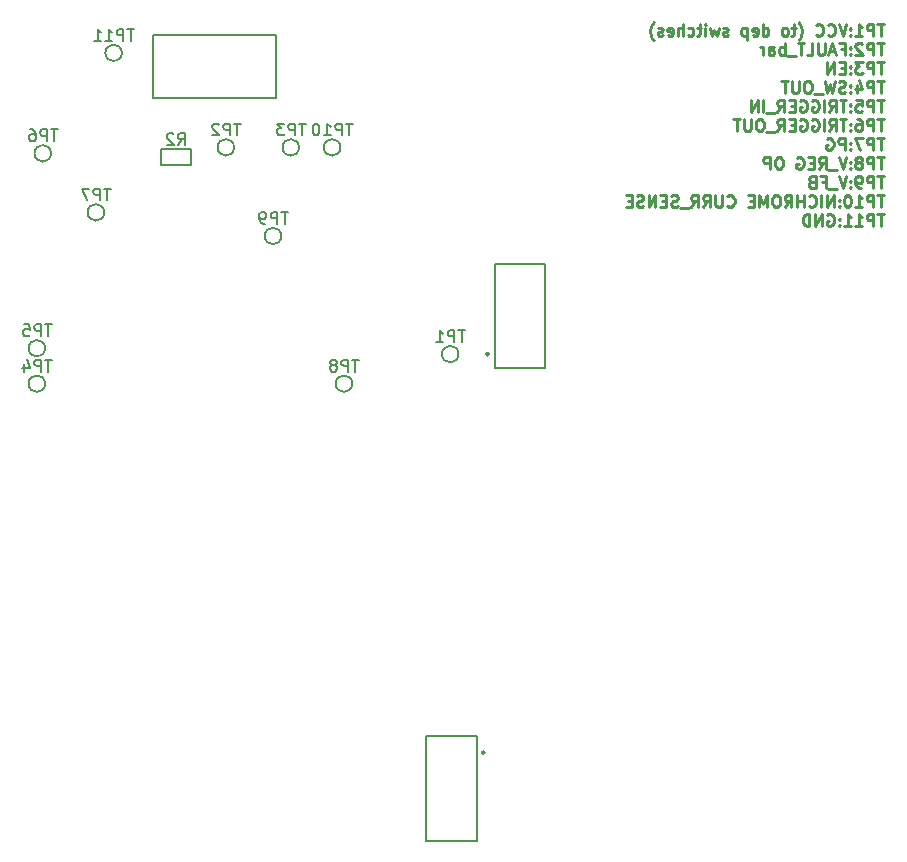
<source format=gbr>
%TF.GenerationSoftware,KiCad,Pcbnew,8.0.4*%
%TF.CreationDate,2024-08-22T00:26:23+05:30*%
%TF.ProjectId,sanket 4.0,73616e6b-6574-4203-942e-302e6b696361,rev?*%
%TF.SameCoordinates,Original*%
%TF.FileFunction,Legend,Bot*%
%TF.FilePolarity,Positive*%
%FSLAX46Y46*%
G04 Gerber Fmt 4.6, Leading zero omitted, Abs format (unit mm)*
G04 Created by KiCad (PCBNEW 8.0.4) date 2024-08-22 00:26:23*
%MOMM*%
%LPD*%
G01*
G04 APERTURE LIST*
%ADD10C,0.250000*%
%ADD11C,0.150000*%
%ADD12C,0.254000*%
G04 APERTURE END LIST*
D10*
X179041388Y-48943891D02*
X178469960Y-48943891D01*
X178755674Y-49943891D02*
X178755674Y-48943891D01*
X178136626Y-49943891D02*
X178136626Y-48943891D01*
X178136626Y-48943891D02*
X177755674Y-48943891D01*
X177755674Y-48943891D02*
X177660436Y-48991510D01*
X177660436Y-48991510D02*
X177612817Y-49039129D01*
X177612817Y-49039129D02*
X177565198Y-49134367D01*
X177565198Y-49134367D02*
X177565198Y-49277224D01*
X177565198Y-49277224D02*
X177612817Y-49372462D01*
X177612817Y-49372462D02*
X177660436Y-49420081D01*
X177660436Y-49420081D02*
X177755674Y-49467700D01*
X177755674Y-49467700D02*
X178136626Y-49467700D01*
X176612817Y-49943891D02*
X177184245Y-49943891D01*
X176898531Y-49943891D02*
X176898531Y-48943891D01*
X176898531Y-48943891D02*
X176993769Y-49086748D01*
X176993769Y-49086748D02*
X177089007Y-49181986D01*
X177089007Y-49181986D02*
X177184245Y-49229605D01*
X176184245Y-49848652D02*
X176136626Y-49896272D01*
X176136626Y-49896272D02*
X176184245Y-49943891D01*
X176184245Y-49943891D02*
X176231864Y-49896272D01*
X176231864Y-49896272D02*
X176184245Y-49848652D01*
X176184245Y-49848652D02*
X176184245Y-49943891D01*
X176184245Y-49324843D02*
X176136626Y-49372462D01*
X176136626Y-49372462D02*
X176184245Y-49420081D01*
X176184245Y-49420081D02*
X176231864Y-49372462D01*
X176231864Y-49372462D02*
X176184245Y-49324843D01*
X176184245Y-49324843D02*
X176184245Y-49420081D01*
X175850912Y-48943891D02*
X175517579Y-49943891D01*
X175517579Y-49943891D02*
X175184246Y-48943891D01*
X174279484Y-49848652D02*
X174327103Y-49896272D01*
X174327103Y-49896272D02*
X174469960Y-49943891D01*
X174469960Y-49943891D02*
X174565198Y-49943891D01*
X174565198Y-49943891D02*
X174708055Y-49896272D01*
X174708055Y-49896272D02*
X174803293Y-49801033D01*
X174803293Y-49801033D02*
X174850912Y-49705795D01*
X174850912Y-49705795D02*
X174898531Y-49515319D01*
X174898531Y-49515319D02*
X174898531Y-49372462D01*
X174898531Y-49372462D02*
X174850912Y-49181986D01*
X174850912Y-49181986D02*
X174803293Y-49086748D01*
X174803293Y-49086748D02*
X174708055Y-48991510D01*
X174708055Y-48991510D02*
X174565198Y-48943891D01*
X174565198Y-48943891D02*
X174469960Y-48943891D01*
X174469960Y-48943891D02*
X174327103Y-48991510D01*
X174327103Y-48991510D02*
X174279484Y-49039129D01*
X173279484Y-49848652D02*
X173327103Y-49896272D01*
X173327103Y-49896272D02*
X173469960Y-49943891D01*
X173469960Y-49943891D02*
X173565198Y-49943891D01*
X173565198Y-49943891D02*
X173708055Y-49896272D01*
X173708055Y-49896272D02*
X173803293Y-49801033D01*
X173803293Y-49801033D02*
X173850912Y-49705795D01*
X173850912Y-49705795D02*
X173898531Y-49515319D01*
X173898531Y-49515319D02*
X173898531Y-49372462D01*
X173898531Y-49372462D02*
X173850912Y-49181986D01*
X173850912Y-49181986D02*
X173803293Y-49086748D01*
X173803293Y-49086748D02*
X173708055Y-48991510D01*
X173708055Y-48991510D02*
X173565198Y-48943891D01*
X173565198Y-48943891D02*
X173469960Y-48943891D01*
X173469960Y-48943891D02*
X173327103Y-48991510D01*
X173327103Y-48991510D02*
X173279484Y-49039129D01*
X171803293Y-50324843D02*
X171850912Y-50277224D01*
X171850912Y-50277224D02*
X171946150Y-50134367D01*
X171946150Y-50134367D02*
X171993769Y-50039129D01*
X171993769Y-50039129D02*
X172041388Y-49896272D01*
X172041388Y-49896272D02*
X172089007Y-49658176D01*
X172089007Y-49658176D02*
X172089007Y-49467700D01*
X172089007Y-49467700D02*
X172041388Y-49229605D01*
X172041388Y-49229605D02*
X171993769Y-49086748D01*
X171993769Y-49086748D02*
X171946150Y-48991510D01*
X171946150Y-48991510D02*
X171850912Y-48848652D01*
X171850912Y-48848652D02*
X171803293Y-48801033D01*
X171565197Y-49277224D02*
X171184245Y-49277224D01*
X171422340Y-48943891D02*
X171422340Y-49801033D01*
X171422340Y-49801033D02*
X171374721Y-49896272D01*
X171374721Y-49896272D02*
X171279483Y-49943891D01*
X171279483Y-49943891D02*
X171184245Y-49943891D01*
X170708054Y-49943891D02*
X170803292Y-49896272D01*
X170803292Y-49896272D02*
X170850911Y-49848652D01*
X170850911Y-49848652D02*
X170898530Y-49753414D01*
X170898530Y-49753414D02*
X170898530Y-49467700D01*
X170898530Y-49467700D02*
X170850911Y-49372462D01*
X170850911Y-49372462D02*
X170803292Y-49324843D01*
X170803292Y-49324843D02*
X170708054Y-49277224D01*
X170708054Y-49277224D02*
X170565197Y-49277224D01*
X170565197Y-49277224D02*
X170469959Y-49324843D01*
X170469959Y-49324843D02*
X170422340Y-49372462D01*
X170422340Y-49372462D02*
X170374721Y-49467700D01*
X170374721Y-49467700D02*
X170374721Y-49753414D01*
X170374721Y-49753414D02*
X170422340Y-49848652D01*
X170422340Y-49848652D02*
X170469959Y-49896272D01*
X170469959Y-49896272D02*
X170565197Y-49943891D01*
X170565197Y-49943891D02*
X170708054Y-49943891D01*
X168755673Y-49943891D02*
X168755673Y-48943891D01*
X168755673Y-49896272D02*
X168850911Y-49943891D01*
X168850911Y-49943891D02*
X169041387Y-49943891D01*
X169041387Y-49943891D02*
X169136625Y-49896272D01*
X169136625Y-49896272D02*
X169184244Y-49848652D01*
X169184244Y-49848652D02*
X169231863Y-49753414D01*
X169231863Y-49753414D02*
X169231863Y-49467700D01*
X169231863Y-49467700D02*
X169184244Y-49372462D01*
X169184244Y-49372462D02*
X169136625Y-49324843D01*
X169136625Y-49324843D02*
X169041387Y-49277224D01*
X169041387Y-49277224D02*
X168850911Y-49277224D01*
X168850911Y-49277224D02*
X168755673Y-49324843D01*
X167898530Y-49896272D02*
X167993768Y-49943891D01*
X167993768Y-49943891D02*
X168184244Y-49943891D01*
X168184244Y-49943891D02*
X168279482Y-49896272D01*
X168279482Y-49896272D02*
X168327101Y-49801033D01*
X168327101Y-49801033D02*
X168327101Y-49420081D01*
X168327101Y-49420081D02*
X168279482Y-49324843D01*
X168279482Y-49324843D02*
X168184244Y-49277224D01*
X168184244Y-49277224D02*
X167993768Y-49277224D01*
X167993768Y-49277224D02*
X167898530Y-49324843D01*
X167898530Y-49324843D02*
X167850911Y-49420081D01*
X167850911Y-49420081D02*
X167850911Y-49515319D01*
X167850911Y-49515319D02*
X168327101Y-49610557D01*
X167422339Y-49277224D02*
X167422339Y-50277224D01*
X167422339Y-49324843D02*
X167327101Y-49277224D01*
X167327101Y-49277224D02*
X167136625Y-49277224D01*
X167136625Y-49277224D02*
X167041387Y-49324843D01*
X167041387Y-49324843D02*
X166993768Y-49372462D01*
X166993768Y-49372462D02*
X166946149Y-49467700D01*
X166946149Y-49467700D02*
X166946149Y-49753414D01*
X166946149Y-49753414D02*
X166993768Y-49848652D01*
X166993768Y-49848652D02*
X167041387Y-49896272D01*
X167041387Y-49896272D02*
X167136625Y-49943891D01*
X167136625Y-49943891D02*
X167327101Y-49943891D01*
X167327101Y-49943891D02*
X167422339Y-49896272D01*
X165803291Y-49896272D02*
X165708053Y-49943891D01*
X165708053Y-49943891D02*
X165517577Y-49943891D01*
X165517577Y-49943891D02*
X165422339Y-49896272D01*
X165422339Y-49896272D02*
X165374720Y-49801033D01*
X165374720Y-49801033D02*
X165374720Y-49753414D01*
X165374720Y-49753414D02*
X165422339Y-49658176D01*
X165422339Y-49658176D02*
X165517577Y-49610557D01*
X165517577Y-49610557D02*
X165660434Y-49610557D01*
X165660434Y-49610557D02*
X165755672Y-49562938D01*
X165755672Y-49562938D02*
X165803291Y-49467700D01*
X165803291Y-49467700D02*
X165803291Y-49420081D01*
X165803291Y-49420081D02*
X165755672Y-49324843D01*
X165755672Y-49324843D02*
X165660434Y-49277224D01*
X165660434Y-49277224D02*
X165517577Y-49277224D01*
X165517577Y-49277224D02*
X165422339Y-49324843D01*
X165041386Y-49277224D02*
X164850910Y-49943891D01*
X164850910Y-49943891D02*
X164660434Y-49467700D01*
X164660434Y-49467700D02*
X164469958Y-49943891D01*
X164469958Y-49943891D02*
X164279482Y-49277224D01*
X163898529Y-49943891D02*
X163898529Y-49277224D01*
X163898529Y-48943891D02*
X163946148Y-48991510D01*
X163946148Y-48991510D02*
X163898529Y-49039129D01*
X163898529Y-49039129D02*
X163850910Y-48991510D01*
X163850910Y-48991510D02*
X163898529Y-48943891D01*
X163898529Y-48943891D02*
X163898529Y-49039129D01*
X163565196Y-49277224D02*
X163184244Y-49277224D01*
X163422339Y-48943891D02*
X163422339Y-49801033D01*
X163422339Y-49801033D02*
X163374720Y-49896272D01*
X163374720Y-49896272D02*
X163279482Y-49943891D01*
X163279482Y-49943891D02*
X163184244Y-49943891D01*
X162422339Y-49896272D02*
X162517577Y-49943891D01*
X162517577Y-49943891D02*
X162708053Y-49943891D01*
X162708053Y-49943891D02*
X162803291Y-49896272D01*
X162803291Y-49896272D02*
X162850910Y-49848652D01*
X162850910Y-49848652D02*
X162898529Y-49753414D01*
X162898529Y-49753414D02*
X162898529Y-49467700D01*
X162898529Y-49467700D02*
X162850910Y-49372462D01*
X162850910Y-49372462D02*
X162803291Y-49324843D01*
X162803291Y-49324843D02*
X162708053Y-49277224D01*
X162708053Y-49277224D02*
X162517577Y-49277224D01*
X162517577Y-49277224D02*
X162422339Y-49324843D01*
X161993767Y-49943891D02*
X161993767Y-48943891D01*
X161565196Y-49943891D02*
X161565196Y-49420081D01*
X161565196Y-49420081D02*
X161612815Y-49324843D01*
X161612815Y-49324843D02*
X161708053Y-49277224D01*
X161708053Y-49277224D02*
X161850910Y-49277224D01*
X161850910Y-49277224D02*
X161946148Y-49324843D01*
X161946148Y-49324843D02*
X161993767Y-49372462D01*
X160708053Y-49896272D02*
X160803291Y-49943891D01*
X160803291Y-49943891D02*
X160993767Y-49943891D01*
X160993767Y-49943891D02*
X161089005Y-49896272D01*
X161089005Y-49896272D02*
X161136624Y-49801033D01*
X161136624Y-49801033D02*
X161136624Y-49420081D01*
X161136624Y-49420081D02*
X161089005Y-49324843D01*
X161089005Y-49324843D02*
X160993767Y-49277224D01*
X160993767Y-49277224D02*
X160803291Y-49277224D01*
X160803291Y-49277224D02*
X160708053Y-49324843D01*
X160708053Y-49324843D02*
X160660434Y-49420081D01*
X160660434Y-49420081D02*
X160660434Y-49515319D01*
X160660434Y-49515319D02*
X161136624Y-49610557D01*
X160279481Y-49896272D02*
X160184243Y-49943891D01*
X160184243Y-49943891D02*
X159993767Y-49943891D01*
X159993767Y-49943891D02*
X159898529Y-49896272D01*
X159898529Y-49896272D02*
X159850910Y-49801033D01*
X159850910Y-49801033D02*
X159850910Y-49753414D01*
X159850910Y-49753414D02*
X159898529Y-49658176D01*
X159898529Y-49658176D02*
X159993767Y-49610557D01*
X159993767Y-49610557D02*
X160136624Y-49610557D01*
X160136624Y-49610557D02*
X160231862Y-49562938D01*
X160231862Y-49562938D02*
X160279481Y-49467700D01*
X160279481Y-49467700D02*
X160279481Y-49420081D01*
X160279481Y-49420081D02*
X160231862Y-49324843D01*
X160231862Y-49324843D02*
X160136624Y-49277224D01*
X160136624Y-49277224D02*
X159993767Y-49277224D01*
X159993767Y-49277224D02*
X159898529Y-49324843D01*
X159517576Y-50324843D02*
X159469957Y-50277224D01*
X159469957Y-50277224D02*
X159374719Y-50134367D01*
X159374719Y-50134367D02*
X159327100Y-50039129D01*
X159327100Y-50039129D02*
X159279481Y-49896272D01*
X159279481Y-49896272D02*
X159231862Y-49658176D01*
X159231862Y-49658176D02*
X159231862Y-49467700D01*
X159231862Y-49467700D02*
X159279481Y-49229605D01*
X159279481Y-49229605D02*
X159327100Y-49086748D01*
X159327100Y-49086748D02*
X159374719Y-48991510D01*
X159374719Y-48991510D02*
X159469957Y-48848652D01*
X159469957Y-48848652D02*
X159517576Y-48801033D01*
X179041388Y-50553835D02*
X178469960Y-50553835D01*
X178755674Y-51553835D02*
X178755674Y-50553835D01*
X178136626Y-51553835D02*
X178136626Y-50553835D01*
X178136626Y-50553835D02*
X177755674Y-50553835D01*
X177755674Y-50553835D02*
X177660436Y-50601454D01*
X177660436Y-50601454D02*
X177612817Y-50649073D01*
X177612817Y-50649073D02*
X177565198Y-50744311D01*
X177565198Y-50744311D02*
X177565198Y-50887168D01*
X177565198Y-50887168D02*
X177612817Y-50982406D01*
X177612817Y-50982406D02*
X177660436Y-51030025D01*
X177660436Y-51030025D02*
X177755674Y-51077644D01*
X177755674Y-51077644D02*
X178136626Y-51077644D01*
X177184245Y-50649073D02*
X177136626Y-50601454D01*
X177136626Y-50601454D02*
X177041388Y-50553835D01*
X177041388Y-50553835D02*
X176803293Y-50553835D01*
X176803293Y-50553835D02*
X176708055Y-50601454D01*
X176708055Y-50601454D02*
X176660436Y-50649073D01*
X176660436Y-50649073D02*
X176612817Y-50744311D01*
X176612817Y-50744311D02*
X176612817Y-50839549D01*
X176612817Y-50839549D02*
X176660436Y-50982406D01*
X176660436Y-50982406D02*
X177231864Y-51553835D01*
X177231864Y-51553835D02*
X176612817Y-51553835D01*
X176184245Y-51458596D02*
X176136626Y-51506216D01*
X176136626Y-51506216D02*
X176184245Y-51553835D01*
X176184245Y-51553835D02*
X176231864Y-51506216D01*
X176231864Y-51506216D02*
X176184245Y-51458596D01*
X176184245Y-51458596D02*
X176184245Y-51553835D01*
X176184245Y-50934787D02*
X176136626Y-50982406D01*
X176136626Y-50982406D02*
X176184245Y-51030025D01*
X176184245Y-51030025D02*
X176231864Y-50982406D01*
X176231864Y-50982406D02*
X176184245Y-50934787D01*
X176184245Y-50934787D02*
X176184245Y-51030025D01*
X175374722Y-51030025D02*
X175708055Y-51030025D01*
X175708055Y-51553835D02*
X175708055Y-50553835D01*
X175708055Y-50553835D02*
X175231865Y-50553835D01*
X174898531Y-51268120D02*
X174422341Y-51268120D01*
X174993769Y-51553835D02*
X174660436Y-50553835D01*
X174660436Y-50553835D02*
X174327103Y-51553835D01*
X173993769Y-50553835D02*
X173993769Y-51363358D01*
X173993769Y-51363358D02*
X173946150Y-51458596D01*
X173946150Y-51458596D02*
X173898531Y-51506216D01*
X173898531Y-51506216D02*
X173803293Y-51553835D01*
X173803293Y-51553835D02*
X173612817Y-51553835D01*
X173612817Y-51553835D02*
X173517579Y-51506216D01*
X173517579Y-51506216D02*
X173469960Y-51458596D01*
X173469960Y-51458596D02*
X173422341Y-51363358D01*
X173422341Y-51363358D02*
X173422341Y-50553835D01*
X172469960Y-51553835D02*
X172946150Y-51553835D01*
X172946150Y-51553835D02*
X172946150Y-50553835D01*
X172279483Y-50553835D02*
X171708055Y-50553835D01*
X171993769Y-51553835D02*
X171993769Y-50553835D01*
X171612817Y-51649073D02*
X170850912Y-51649073D01*
X170612816Y-51553835D02*
X170612816Y-50553835D01*
X170612816Y-50934787D02*
X170517578Y-50887168D01*
X170517578Y-50887168D02*
X170327102Y-50887168D01*
X170327102Y-50887168D02*
X170231864Y-50934787D01*
X170231864Y-50934787D02*
X170184245Y-50982406D01*
X170184245Y-50982406D02*
X170136626Y-51077644D01*
X170136626Y-51077644D02*
X170136626Y-51363358D01*
X170136626Y-51363358D02*
X170184245Y-51458596D01*
X170184245Y-51458596D02*
X170231864Y-51506216D01*
X170231864Y-51506216D02*
X170327102Y-51553835D01*
X170327102Y-51553835D02*
X170517578Y-51553835D01*
X170517578Y-51553835D02*
X170612816Y-51506216D01*
X169279483Y-51553835D02*
X169279483Y-51030025D01*
X169279483Y-51030025D02*
X169327102Y-50934787D01*
X169327102Y-50934787D02*
X169422340Y-50887168D01*
X169422340Y-50887168D02*
X169612816Y-50887168D01*
X169612816Y-50887168D02*
X169708054Y-50934787D01*
X169279483Y-51506216D02*
X169374721Y-51553835D01*
X169374721Y-51553835D02*
X169612816Y-51553835D01*
X169612816Y-51553835D02*
X169708054Y-51506216D01*
X169708054Y-51506216D02*
X169755673Y-51410977D01*
X169755673Y-51410977D02*
X169755673Y-51315739D01*
X169755673Y-51315739D02*
X169708054Y-51220501D01*
X169708054Y-51220501D02*
X169612816Y-51172882D01*
X169612816Y-51172882D02*
X169374721Y-51172882D01*
X169374721Y-51172882D02*
X169279483Y-51125263D01*
X168803292Y-51553835D02*
X168803292Y-50887168D01*
X168803292Y-51077644D02*
X168755673Y-50982406D01*
X168755673Y-50982406D02*
X168708054Y-50934787D01*
X168708054Y-50934787D02*
X168612816Y-50887168D01*
X168612816Y-50887168D02*
X168517578Y-50887168D01*
X179041388Y-52163779D02*
X178469960Y-52163779D01*
X178755674Y-53163779D02*
X178755674Y-52163779D01*
X178136626Y-53163779D02*
X178136626Y-52163779D01*
X178136626Y-52163779D02*
X177755674Y-52163779D01*
X177755674Y-52163779D02*
X177660436Y-52211398D01*
X177660436Y-52211398D02*
X177612817Y-52259017D01*
X177612817Y-52259017D02*
X177565198Y-52354255D01*
X177565198Y-52354255D02*
X177565198Y-52497112D01*
X177565198Y-52497112D02*
X177612817Y-52592350D01*
X177612817Y-52592350D02*
X177660436Y-52639969D01*
X177660436Y-52639969D02*
X177755674Y-52687588D01*
X177755674Y-52687588D02*
X178136626Y-52687588D01*
X177231864Y-52163779D02*
X176612817Y-52163779D01*
X176612817Y-52163779D02*
X176946150Y-52544731D01*
X176946150Y-52544731D02*
X176803293Y-52544731D01*
X176803293Y-52544731D02*
X176708055Y-52592350D01*
X176708055Y-52592350D02*
X176660436Y-52639969D01*
X176660436Y-52639969D02*
X176612817Y-52735207D01*
X176612817Y-52735207D02*
X176612817Y-52973302D01*
X176612817Y-52973302D02*
X176660436Y-53068540D01*
X176660436Y-53068540D02*
X176708055Y-53116160D01*
X176708055Y-53116160D02*
X176803293Y-53163779D01*
X176803293Y-53163779D02*
X177089007Y-53163779D01*
X177089007Y-53163779D02*
X177184245Y-53116160D01*
X177184245Y-53116160D02*
X177231864Y-53068540D01*
X176184245Y-53068540D02*
X176136626Y-53116160D01*
X176136626Y-53116160D02*
X176184245Y-53163779D01*
X176184245Y-53163779D02*
X176231864Y-53116160D01*
X176231864Y-53116160D02*
X176184245Y-53068540D01*
X176184245Y-53068540D02*
X176184245Y-53163779D01*
X176184245Y-52544731D02*
X176136626Y-52592350D01*
X176136626Y-52592350D02*
X176184245Y-52639969D01*
X176184245Y-52639969D02*
X176231864Y-52592350D01*
X176231864Y-52592350D02*
X176184245Y-52544731D01*
X176184245Y-52544731D02*
X176184245Y-52639969D01*
X175708055Y-52639969D02*
X175374722Y-52639969D01*
X175231865Y-53163779D02*
X175708055Y-53163779D01*
X175708055Y-53163779D02*
X175708055Y-52163779D01*
X175708055Y-52163779D02*
X175231865Y-52163779D01*
X174803293Y-53163779D02*
X174803293Y-52163779D01*
X174803293Y-52163779D02*
X174231865Y-53163779D01*
X174231865Y-53163779D02*
X174231865Y-52163779D01*
X179041388Y-53773723D02*
X178469960Y-53773723D01*
X178755674Y-54773723D02*
X178755674Y-53773723D01*
X178136626Y-54773723D02*
X178136626Y-53773723D01*
X178136626Y-53773723D02*
X177755674Y-53773723D01*
X177755674Y-53773723D02*
X177660436Y-53821342D01*
X177660436Y-53821342D02*
X177612817Y-53868961D01*
X177612817Y-53868961D02*
X177565198Y-53964199D01*
X177565198Y-53964199D02*
X177565198Y-54107056D01*
X177565198Y-54107056D02*
X177612817Y-54202294D01*
X177612817Y-54202294D02*
X177660436Y-54249913D01*
X177660436Y-54249913D02*
X177755674Y-54297532D01*
X177755674Y-54297532D02*
X178136626Y-54297532D01*
X176708055Y-54107056D02*
X176708055Y-54773723D01*
X176946150Y-53726104D02*
X177184245Y-54440389D01*
X177184245Y-54440389D02*
X176565198Y-54440389D01*
X176184245Y-54678484D02*
X176136626Y-54726104D01*
X176136626Y-54726104D02*
X176184245Y-54773723D01*
X176184245Y-54773723D02*
X176231864Y-54726104D01*
X176231864Y-54726104D02*
X176184245Y-54678484D01*
X176184245Y-54678484D02*
X176184245Y-54773723D01*
X176184245Y-54154675D02*
X176136626Y-54202294D01*
X176136626Y-54202294D02*
X176184245Y-54249913D01*
X176184245Y-54249913D02*
X176231864Y-54202294D01*
X176231864Y-54202294D02*
X176184245Y-54154675D01*
X176184245Y-54154675D02*
X176184245Y-54249913D01*
X175755674Y-54726104D02*
X175612817Y-54773723D01*
X175612817Y-54773723D02*
X175374722Y-54773723D01*
X175374722Y-54773723D02*
X175279484Y-54726104D01*
X175279484Y-54726104D02*
X175231865Y-54678484D01*
X175231865Y-54678484D02*
X175184246Y-54583246D01*
X175184246Y-54583246D02*
X175184246Y-54488008D01*
X175184246Y-54488008D02*
X175231865Y-54392770D01*
X175231865Y-54392770D02*
X175279484Y-54345151D01*
X175279484Y-54345151D02*
X175374722Y-54297532D01*
X175374722Y-54297532D02*
X175565198Y-54249913D01*
X175565198Y-54249913D02*
X175660436Y-54202294D01*
X175660436Y-54202294D02*
X175708055Y-54154675D01*
X175708055Y-54154675D02*
X175755674Y-54059437D01*
X175755674Y-54059437D02*
X175755674Y-53964199D01*
X175755674Y-53964199D02*
X175708055Y-53868961D01*
X175708055Y-53868961D02*
X175660436Y-53821342D01*
X175660436Y-53821342D02*
X175565198Y-53773723D01*
X175565198Y-53773723D02*
X175327103Y-53773723D01*
X175327103Y-53773723D02*
X175184246Y-53821342D01*
X174850912Y-53773723D02*
X174612817Y-54773723D01*
X174612817Y-54773723D02*
X174422341Y-54059437D01*
X174422341Y-54059437D02*
X174231865Y-54773723D01*
X174231865Y-54773723D02*
X173993770Y-53773723D01*
X173850913Y-54868961D02*
X173089008Y-54868961D01*
X172660436Y-53773723D02*
X172469960Y-53773723D01*
X172469960Y-53773723D02*
X172374722Y-53821342D01*
X172374722Y-53821342D02*
X172279484Y-53916580D01*
X172279484Y-53916580D02*
X172231865Y-54107056D01*
X172231865Y-54107056D02*
X172231865Y-54440389D01*
X172231865Y-54440389D02*
X172279484Y-54630865D01*
X172279484Y-54630865D02*
X172374722Y-54726104D01*
X172374722Y-54726104D02*
X172469960Y-54773723D01*
X172469960Y-54773723D02*
X172660436Y-54773723D01*
X172660436Y-54773723D02*
X172755674Y-54726104D01*
X172755674Y-54726104D02*
X172850912Y-54630865D01*
X172850912Y-54630865D02*
X172898531Y-54440389D01*
X172898531Y-54440389D02*
X172898531Y-54107056D01*
X172898531Y-54107056D02*
X172850912Y-53916580D01*
X172850912Y-53916580D02*
X172755674Y-53821342D01*
X172755674Y-53821342D02*
X172660436Y-53773723D01*
X171803293Y-53773723D02*
X171803293Y-54583246D01*
X171803293Y-54583246D02*
X171755674Y-54678484D01*
X171755674Y-54678484D02*
X171708055Y-54726104D01*
X171708055Y-54726104D02*
X171612817Y-54773723D01*
X171612817Y-54773723D02*
X171422341Y-54773723D01*
X171422341Y-54773723D02*
X171327103Y-54726104D01*
X171327103Y-54726104D02*
X171279484Y-54678484D01*
X171279484Y-54678484D02*
X171231865Y-54583246D01*
X171231865Y-54583246D02*
X171231865Y-53773723D01*
X170898531Y-53773723D02*
X170327103Y-53773723D01*
X170612817Y-54773723D02*
X170612817Y-53773723D01*
X179041388Y-55383667D02*
X178469960Y-55383667D01*
X178755674Y-56383667D02*
X178755674Y-55383667D01*
X178136626Y-56383667D02*
X178136626Y-55383667D01*
X178136626Y-55383667D02*
X177755674Y-55383667D01*
X177755674Y-55383667D02*
X177660436Y-55431286D01*
X177660436Y-55431286D02*
X177612817Y-55478905D01*
X177612817Y-55478905D02*
X177565198Y-55574143D01*
X177565198Y-55574143D02*
X177565198Y-55717000D01*
X177565198Y-55717000D02*
X177612817Y-55812238D01*
X177612817Y-55812238D02*
X177660436Y-55859857D01*
X177660436Y-55859857D02*
X177755674Y-55907476D01*
X177755674Y-55907476D02*
X178136626Y-55907476D01*
X176660436Y-55383667D02*
X177136626Y-55383667D01*
X177136626Y-55383667D02*
X177184245Y-55859857D01*
X177184245Y-55859857D02*
X177136626Y-55812238D01*
X177136626Y-55812238D02*
X177041388Y-55764619D01*
X177041388Y-55764619D02*
X176803293Y-55764619D01*
X176803293Y-55764619D02*
X176708055Y-55812238D01*
X176708055Y-55812238D02*
X176660436Y-55859857D01*
X176660436Y-55859857D02*
X176612817Y-55955095D01*
X176612817Y-55955095D02*
X176612817Y-56193190D01*
X176612817Y-56193190D02*
X176660436Y-56288428D01*
X176660436Y-56288428D02*
X176708055Y-56336048D01*
X176708055Y-56336048D02*
X176803293Y-56383667D01*
X176803293Y-56383667D02*
X177041388Y-56383667D01*
X177041388Y-56383667D02*
X177136626Y-56336048D01*
X177136626Y-56336048D02*
X177184245Y-56288428D01*
X176184245Y-56288428D02*
X176136626Y-56336048D01*
X176136626Y-56336048D02*
X176184245Y-56383667D01*
X176184245Y-56383667D02*
X176231864Y-56336048D01*
X176231864Y-56336048D02*
X176184245Y-56288428D01*
X176184245Y-56288428D02*
X176184245Y-56383667D01*
X176184245Y-55764619D02*
X176136626Y-55812238D01*
X176136626Y-55812238D02*
X176184245Y-55859857D01*
X176184245Y-55859857D02*
X176231864Y-55812238D01*
X176231864Y-55812238D02*
X176184245Y-55764619D01*
X176184245Y-55764619D02*
X176184245Y-55859857D01*
X175850912Y-55383667D02*
X175279484Y-55383667D01*
X175565198Y-56383667D02*
X175565198Y-55383667D01*
X174374722Y-56383667D02*
X174708055Y-55907476D01*
X174946150Y-56383667D02*
X174946150Y-55383667D01*
X174946150Y-55383667D02*
X174565198Y-55383667D01*
X174565198Y-55383667D02*
X174469960Y-55431286D01*
X174469960Y-55431286D02*
X174422341Y-55478905D01*
X174422341Y-55478905D02*
X174374722Y-55574143D01*
X174374722Y-55574143D02*
X174374722Y-55717000D01*
X174374722Y-55717000D02*
X174422341Y-55812238D01*
X174422341Y-55812238D02*
X174469960Y-55859857D01*
X174469960Y-55859857D02*
X174565198Y-55907476D01*
X174565198Y-55907476D02*
X174946150Y-55907476D01*
X173946150Y-56383667D02*
X173946150Y-55383667D01*
X172946151Y-55431286D02*
X173041389Y-55383667D01*
X173041389Y-55383667D02*
X173184246Y-55383667D01*
X173184246Y-55383667D02*
X173327103Y-55431286D01*
X173327103Y-55431286D02*
X173422341Y-55526524D01*
X173422341Y-55526524D02*
X173469960Y-55621762D01*
X173469960Y-55621762D02*
X173517579Y-55812238D01*
X173517579Y-55812238D02*
X173517579Y-55955095D01*
X173517579Y-55955095D02*
X173469960Y-56145571D01*
X173469960Y-56145571D02*
X173422341Y-56240809D01*
X173422341Y-56240809D02*
X173327103Y-56336048D01*
X173327103Y-56336048D02*
X173184246Y-56383667D01*
X173184246Y-56383667D02*
X173089008Y-56383667D01*
X173089008Y-56383667D02*
X172946151Y-56336048D01*
X172946151Y-56336048D02*
X172898532Y-56288428D01*
X172898532Y-56288428D02*
X172898532Y-55955095D01*
X172898532Y-55955095D02*
X173089008Y-55955095D01*
X171946151Y-55431286D02*
X172041389Y-55383667D01*
X172041389Y-55383667D02*
X172184246Y-55383667D01*
X172184246Y-55383667D02*
X172327103Y-55431286D01*
X172327103Y-55431286D02*
X172422341Y-55526524D01*
X172422341Y-55526524D02*
X172469960Y-55621762D01*
X172469960Y-55621762D02*
X172517579Y-55812238D01*
X172517579Y-55812238D02*
X172517579Y-55955095D01*
X172517579Y-55955095D02*
X172469960Y-56145571D01*
X172469960Y-56145571D02*
X172422341Y-56240809D01*
X172422341Y-56240809D02*
X172327103Y-56336048D01*
X172327103Y-56336048D02*
X172184246Y-56383667D01*
X172184246Y-56383667D02*
X172089008Y-56383667D01*
X172089008Y-56383667D02*
X171946151Y-56336048D01*
X171946151Y-56336048D02*
X171898532Y-56288428D01*
X171898532Y-56288428D02*
X171898532Y-55955095D01*
X171898532Y-55955095D02*
X172089008Y-55955095D01*
X171469960Y-55859857D02*
X171136627Y-55859857D01*
X170993770Y-56383667D02*
X171469960Y-56383667D01*
X171469960Y-56383667D02*
X171469960Y-55383667D01*
X171469960Y-55383667D02*
X170993770Y-55383667D01*
X169993770Y-56383667D02*
X170327103Y-55907476D01*
X170565198Y-56383667D02*
X170565198Y-55383667D01*
X170565198Y-55383667D02*
X170184246Y-55383667D01*
X170184246Y-55383667D02*
X170089008Y-55431286D01*
X170089008Y-55431286D02*
X170041389Y-55478905D01*
X170041389Y-55478905D02*
X169993770Y-55574143D01*
X169993770Y-55574143D02*
X169993770Y-55717000D01*
X169993770Y-55717000D02*
X170041389Y-55812238D01*
X170041389Y-55812238D02*
X170089008Y-55859857D01*
X170089008Y-55859857D02*
X170184246Y-55907476D01*
X170184246Y-55907476D02*
X170565198Y-55907476D01*
X169803294Y-56478905D02*
X169041389Y-56478905D01*
X168803293Y-56383667D02*
X168803293Y-55383667D01*
X168327103Y-56383667D02*
X168327103Y-55383667D01*
X168327103Y-55383667D02*
X167755675Y-56383667D01*
X167755675Y-56383667D02*
X167755675Y-55383667D01*
X179041388Y-56993611D02*
X178469960Y-56993611D01*
X178755674Y-57993611D02*
X178755674Y-56993611D01*
X178136626Y-57993611D02*
X178136626Y-56993611D01*
X178136626Y-56993611D02*
X177755674Y-56993611D01*
X177755674Y-56993611D02*
X177660436Y-57041230D01*
X177660436Y-57041230D02*
X177612817Y-57088849D01*
X177612817Y-57088849D02*
X177565198Y-57184087D01*
X177565198Y-57184087D02*
X177565198Y-57326944D01*
X177565198Y-57326944D02*
X177612817Y-57422182D01*
X177612817Y-57422182D02*
X177660436Y-57469801D01*
X177660436Y-57469801D02*
X177755674Y-57517420D01*
X177755674Y-57517420D02*
X178136626Y-57517420D01*
X176708055Y-56993611D02*
X176898531Y-56993611D01*
X176898531Y-56993611D02*
X176993769Y-57041230D01*
X176993769Y-57041230D02*
X177041388Y-57088849D01*
X177041388Y-57088849D02*
X177136626Y-57231706D01*
X177136626Y-57231706D02*
X177184245Y-57422182D01*
X177184245Y-57422182D02*
X177184245Y-57803134D01*
X177184245Y-57803134D02*
X177136626Y-57898372D01*
X177136626Y-57898372D02*
X177089007Y-57945992D01*
X177089007Y-57945992D02*
X176993769Y-57993611D01*
X176993769Y-57993611D02*
X176803293Y-57993611D01*
X176803293Y-57993611D02*
X176708055Y-57945992D01*
X176708055Y-57945992D02*
X176660436Y-57898372D01*
X176660436Y-57898372D02*
X176612817Y-57803134D01*
X176612817Y-57803134D02*
X176612817Y-57565039D01*
X176612817Y-57565039D02*
X176660436Y-57469801D01*
X176660436Y-57469801D02*
X176708055Y-57422182D01*
X176708055Y-57422182D02*
X176803293Y-57374563D01*
X176803293Y-57374563D02*
X176993769Y-57374563D01*
X176993769Y-57374563D02*
X177089007Y-57422182D01*
X177089007Y-57422182D02*
X177136626Y-57469801D01*
X177136626Y-57469801D02*
X177184245Y-57565039D01*
X176184245Y-57898372D02*
X176136626Y-57945992D01*
X176136626Y-57945992D02*
X176184245Y-57993611D01*
X176184245Y-57993611D02*
X176231864Y-57945992D01*
X176231864Y-57945992D02*
X176184245Y-57898372D01*
X176184245Y-57898372D02*
X176184245Y-57993611D01*
X176184245Y-57374563D02*
X176136626Y-57422182D01*
X176136626Y-57422182D02*
X176184245Y-57469801D01*
X176184245Y-57469801D02*
X176231864Y-57422182D01*
X176231864Y-57422182D02*
X176184245Y-57374563D01*
X176184245Y-57374563D02*
X176184245Y-57469801D01*
X175850912Y-56993611D02*
X175279484Y-56993611D01*
X175565198Y-57993611D02*
X175565198Y-56993611D01*
X174374722Y-57993611D02*
X174708055Y-57517420D01*
X174946150Y-57993611D02*
X174946150Y-56993611D01*
X174946150Y-56993611D02*
X174565198Y-56993611D01*
X174565198Y-56993611D02*
X174469960Y-57041230D01*
X174469960Y-57041230D02*
X174422341Y-57088849D01*
X174422341Y-57088849D02*
X174374722Y-57184087D01*
X174374722Y-57184087D02*
X174374722Y-57326944D01*
X174374722Y-57326944D02*
X174422341Y-57422182D01*
X174422341Y-57422182D02*
X174469960Y-57469801D01*
X174469960Y-57469801D02*
X174565198Y-57517420D01*
X174565198Y-57517420D02*
X174946150Y-57517420D01*
X173946150Y-57993611D02*
X173946150Y-56993611D01*
X172946151Y-57041230D02*
X173041389Y-56993611D01*
X173041389Y-56993611D02*
X173184246Y-56993611D01*
X173184246Y-56993611D02*
X173327103Y-57041230D01*
X173327103Y-57041230D02*
X173422341Y-57136468D01*
X173422341Y-57136468D02*
X173469960Y-57231706D01*
X173469960Y-57231706D02*
X173517579Y-57422182D01*
X173517579Y-57422182D02*
X173517579Y-57565039D01*
X173517579Y-57565039D02*
X173469960Y-57755515D01*
X173469960Y-57755515D02*
X173422341Y-57850753D01*
X173422341Y-57850753D02*
X173327103Y-57945992D01*
X173327103Y-57945992D02*
X173184246Y-57993611D01*
X173184246Y-57993611D02*
X173089008Y-57993611D01*
X173089008Y-57993611D02*
X172946151Y-57945992D01*
X172946151Y-57945992D02*
X172898532Y-57898372D01*
X172898532Y-57898372D02*
X172898532Y-57565039D01*
X172898532Y-57565039D02*
X173089008Y-57565039D01*
X171946151Y-57041230D02*
X172041389Y-56993611D01*
X172041389Y-56993611D02*
X172184246Y-56993611D01*
X172184246Y-56993611D02*
X172327103Y-57041230D01*
X172327103Y-57041230D02*
X172422341Y-57136468D01*
X172422341Y-57136468D02*
X172469960Y-57231706D01*
X172469960Y-57231706D02*
X172517579Y-57422182D01*
X172517579Y-57422182D02*
X172517579Y-57565039D01*
X172517579Y-57565039D02*
X172469960Y-57755515D01*
X172469960Y-57755515D02*
X172422341Y-57850753D01*
X172422341Y-57850753D02*
X172327103Y-57945992D01*
X172327103Y-57945992D02*
X172184246Y-57993611D01*
X172184246Y-57993611D02*
X172089008Y-57993611D01*
X172089008Y-57993611D02*
X171946151Y-57945992D01*
X171946151Y-57945992D02*
X171898532Y-57898372D01*
X171898532Y-57898372D02*
X171898532Y-57565039D01*
X171898532Y-57565039D02*
X172089008Y-57565039D01*
X171469960Y-57469801D02*
X171136627Y-57469801D01*
X170993770Y-57993611D02*
X171469960Y-57993611D01*
X171469960Y-57993611D02*
X171469960Y-56993611D01*
X171469960Y-56993611D02*
X170993770Y-56993611D01*
X169993770Y-57993611D02*
X170327103Y-57517420D01*
X170565198Y-57993611D02*
X170565198Y-56993611D01*
X170565198Y-56993611D02*
X170184246Y-56993611D01*
X170184246Y-56993611D02*
X170089008Y-57041230D01*
X170089008Y-57041230D02*
X170041389Y-57088849D01*
X170041389Y-57088849D02*
X169993770Y-57184087D01*
X169993770Y-57184087D02*
X169993770Y-57326944D01*
X169993770Y-57326944D02*
X170041389Y-57422182D01*
X170041389Y-57422182D02*
X170089008Y-57469801D01*
X170089008Y-57469801D02*
X170184246Y-57517420D01*
X170184246Y-57517420D02*
X170565198Y-57517420D01*
X169803294Y-58088849D02*
X169041389Y-58088849D01*
X168612817Y-56993611D02*
X168422341Y-56993611D01*
X168422341Y-56993611D02*
X168327103Y-57041230D01*
X168327103Y-57041230D02*
X168231865Y-57136468D01*
X168231865Y-57136468D02*
X168184246Y-57326944D01*
X168184246Y-57326944D02*
X168184246Y-57660277D01*
X168184246Y-57660277D02*
X168231865Y-57850753D01*
X168231865Y-57850753D02*
X168327103Y-57945992D01*
X168327103Y-57945992D02*
X168422341Y-57993611D01*
X168422341Y-57993611D02*
X168612817Y-57993611D01*
X168612817Y-57993611D02*
X168708055Y-57945992D01*
X168708055Y-57945992D02*
X168803293Y-57850753D01*
X168803293Y-57850753D02*
X168850912Y-57660277D01*
X168850912Y-57660277D02*
X168850912Y-57326944D01*
X168850912Y-57326944D02*
X168803293Y-57136468D01*
X168803293Y-57136468D02*
X168708055Y-57041230D01*
X168708055Y-57041230D02*
X168612817Y-56993611D01*
X167755674Y-56993611D02*
X167755674Y-57803134D01*
X167755674Y-57803134D02*
X167708055Y-57898372D01*
X167708055Y-57898372D02*
X167660436Y-57945992D01*
X167660436Y-57945992D02*
X167565198Y-57993611D01*
X167565198Y-57993611D02*
X167374722Y-57993611D01*
X167374722Y-57993611D02*
X167279484Y-57945992D01*
X167279484Y-57945992D02*
X167231865Y-57898372D01*
X167231865Y-57898372D02*
X167184246Y-57803134D01*
X167184246Y-57803134D02*
X167184246Y-56993611D01*
X166850912Y-56993611D02*
X166279484Y-56993611D01*
X166565198Y-57993611D02*
X166565198Y-56993611D01*
X179041388Y-58603555D02*
X178469960Y-58603555D01*
X178755674Y-59603555D02*
X178755674Y-58603555D01*
X178136626Y-59603555D02*
X178136626Y-58603555D01*
X178136626Y-58603555D02*
X177755674Y-58603555D01*
X177755674Y-58603555D02*
X177660436Y-58651174D01*
X177660436Y-58651174D02*
X177612817Y-58698793D01*
X177612817Y-58698793D02*
X177565198Y-58794031D01*
X177565198Y-58794031D02*
X177565198Y-58936888D01*
X177565198Y-58936888D02*
X177612817Y-59032126D01*
X177612817Y-59032126D02*
X177660436Y-59079745D01*
X177660436Y-59079745D02*
X177755674Y-59127364D01*
X177755674Y-59127364D02*
X178136626Y-59127364D01*
X177231864Y-58603555D02*
X176565198Y-58603555D01*
X176565198Y-58603555D02*
X176993769Y-59603555D01*
X176184245Y-59508316D02*
X176136626Y-59555936D01*
X176136626Y-59555936D02*
X176184245Y-59603555D01*
X176184245Y-59603555D02*
X176231864Y-59555936D01*
X176231864Y-59555936D02*
X176184245Y-59508316D01*
X176184245Y-59508316D02*
X176184245Y-59603555D01*
X176184245Y-58984507D02*
X176136626Y-59032126D01*
X176136626Y-59032126D02*
X176184245Y-59079745D01*
X176184245Y-59079745D02*
X176231864Y-59032126D01*
X176231864Y-59032126D02*
X176184245Y-58984507D01*
X176184245Y-58984507D02*
X176184245Y-59079745D01*
X175708055Y-59603555D02*
X175708055Y-58603555D01*
X175708055Y-58603555D02*
X175327103Y-58603555D01*
X175327103Y-58603555D02*
X175231865Y-58651174D01*
X175231865Y-58651174D02*
X175184246Y-58698793D01*
X175184246Y-58698793D02*
X175136627Y-58794031D01*
X175136627Y-58794031D02*
X175136627Y-58936888D01*
X175136627Y-58936888D02*
X175184246Y-59032126D01*
X175184246Y-59032126D02*
X175231865Y-59079745D01*
X175231865Y-59079745D02*
X175327103Y-59127364D01*
X175327103Y-59127364D02*
X175708055Y-59127364D01*
X174184246Y-58651174D02*
X174279484Y-58603555D01*
X174279484Y-58603555D02*
X174422341Y-58603555D01*
X174422341Y-58603555D02*
X174565198Y-58651174D01*
X174565198Y-58651174D02*
X174660436Y-58746412D01*
X174660436Y-58746412D02*
X174708055Y-58841650D01*
X174708055Y-58841650D02*
X174755674Y-59032126D01*
X174755674Y-59032126D02*
X174755674Y-59174983D01*
X174755674Y-59174983D02*
X174708055Y-59365459D01*
X174708055Y-59365459D02*
X174660436Y-59460697D01*
X174660436Y-59460697D02*
X174565198Y-59555936D01*
X174565198Y-59555936D02*
X174422341Y-59603555D01*
X174422341Y-59603555D02*
X174327103Y-59603555D01*
X174327103Y-59603555D02*
X174184246Y-59555936D01*
X174184246Y-59555936D02*
X174136627Y-59508316D01*
X174136627Y-59508316D02*
X174136627Y-59174983D01*
X174136627Y-59174983D02*
X174327103Y-59174983D01*
X179041388Y-60213499D02*
X178469960Y-60213499D01*
X178755674Y-61213499D02*
X178755674Y-60213499D01*
X178136626Y-61213499D02*
X178136626Y-60213499D01*
X178136626Y-60213499D02*
X177755674Y-60213499D01*
X177755674Y-60213499D02*
X177660436Y-60261118D01*
X177660436Y-60261118D02*
X177612817Y-60308737D01*
X177612817Y-60308737D02*
X177565198Y-60403975D01*
X177565198Y-60403975D02*
X177565198Y-60546832D01*
X177565198Y-60546832D02*
X177612817Y-60642070D01*
X177612817Y-60642070D02*
X177660436Y-60689689D01*
X177660436Y-60689689D02*
X177755674Y-60737308D01*
X177755674Y-60737308D02*
X178136626Y-60737308D01*
X176993769Y-60642070D02*
X177089007Y-60594451D01*
X177089007Y-60594451D02*
X177136626Y-60546832D01*
X177136626Y-60546832D02*
X177184245Y-60451594D01*
X177184245Y-60451594D02*
X177184245Y-60403975D01*
X177184245Y-60403975D02*
X177136626Y-60308737D01*
X177136626Y-60308737D02*
X177089007Y-60261118D01*
X177089007Y-60261118D02*
X176993769Y-60213499D01*
X176993769Y-60213499D02*
X176803293Y-60213499D01*
X176803293Y-60213499D02*
X176708055Y-60261118D01*
X176708055Y-60261118D02*
X176660436Y-60308737D01*
X176660436Y-60308737D02*
X176612817Y-60403975D01*
X176612817Y-60403975D02*
X176612817Y-60451594D01*
X176612817Y-60451594D02*
X176660436Y-60546832D01*
X176660436Y-60546832D02*
X176708055Y-60594451D01*
X176708055Y-60594451D02*
X176803293Y-60642070D01*
X176803293Y-60642070D02*
X176993769Y-60642070D01*
X176993769Y-60642070D02*
X177089007Y-60689689D01*
X177089007Y-60689689D02*
X177136626Y-60737308D01*
X177136626Y-60737308D02*
X177184245Y-60832546D01*
X177184245Y-60832546D02*
X177184245Y-61023022D01*
X177184245Y-61023022D02*
X177136626Y-61118260D01*
X177136626Y-61118260D02*
X177089007Y-61165880D01*
X177089007Y-61165880D02*
X176993769Y-61213499D01*
X176993769Y-61213499D02*
X176803293Y-61213499D01*
X176803293Y-61213499D02*
X176708055Y-61165880D01*
X176708055Y-61165880D02*
X176660436Y-61118260D01*
X176660436Y-61118260D02*
X176612817Y-61023022D01*
X176612817Y-61023022D02*
X176612817Y-60832546D01*
X176612817Y-60832546D02*
X176660436Y-60737308D01*
X176660436Y-60737308D02*
X176708055Y-60689689D01*
X176708055Y-60689689D02*
X176803293Y-60642070D01*
X176184245Y-61118260D02*
X176136626Y-61165880D01*
X176136626Y-61165880D02*
X176184245Y-61213499D01*
X176184245Y-61213499D02*
X176231864Y-61165880D01*
X176231864Y-61165880D02*
X176184245Y-61118260D01*
X176184245Y-61118260D02*
X176184245Y-61213499D01*
X176184245Y-60594451D02*
X176136626Y-60642070D01*
X176136626Y-60642070D02*
X176184245Y-60689689D01*
X176184245Y-60689689D02*
X176231864Y-60642070D01*
X176231864Y-60642070D02*
X176184245Y-60594451D01*
X176184245Y-60594451D02*
X176184245Y-60689689D01*
X175850912Y-60213499D02*
X175517579Y-61213499D01*
X175517579Y-61213499D02*
X175184246Y-60213499D01*
X175089008Y-61308737D02*
X174327103Y-61308737D01*
X173517579Y-61213499D02*
X173850912Y-60737308D01*
X174089007Y-61213499D02*
X174089007Y-60213499D01*
X174089007Y-60213499D02*
X173708055Y-60213499D01*
X173708055Y-60213499D02*
X173612817Y-60261118D01*
X173612817Y-60261118D02*
X173565198Y-60308737D01*
X173565198Y-60308737D02*
X173517579Y-60403975D01*
X173517579Y-60403975D02*
X173517579Y-60546832D01*
X173517579Y-60546832D02*
X173565198Y-60642070D01*
X173565198Y-60642070D02*
X173612817Y-60689689D01*
X173612817Y-60689689D02*
X173708055Y-60737308D01*
X173708055Y-60737308D02*
X174089007Y-60737308D01*
X173089007Y-60689689D02*
X172755674Y-60689689D01*
X172612817Y-61213499D02*
X173089007Y-61213499D01*
X173089007Y-61213499D02*
X173089007Y-60213499D01*
X173089007Y-60213499D02*
X172612817Y-60213499D01*
X171660436Y-60261118D02*
X171755674Y-60213499D01*
X171755674Y-60213499D02*
X171898531Y-60213499D01*
X171898531Y-60213499D02*
X172041388Y-60261118D01*
X172041388Y-60261118D02*
X172136626Y-60356356D01*
X172136626Y-60356356D02*
X172184245Y-60451594D01*
X172184245Y-60451594D02*
X172231864Y-60642070D01*
X172231864Y-60642070D02*
X172231864Y-60784927D01*
X172231864Y-60784927D02*
X172184245Y-60975403D01*
X172184245Y-60975403D02*
X172136626Y-61070641D01*
X172136626Y-61070641D02*
X172041388Y-61165880D01*
X172041388Y-61165880D02*
X171898531Y-61213499D01*
X171898531Y-61213499D02*
X171803293Y-61213499D01*
X171803293Y-61213499D02*
X171660436Y-61165880D01*
X171660436Y-61165880D02*
X171612817Y-61118260D01*
X171612817Y-61118260D02*
X171612817Y-60784927D01*
X171612817Y-60784927D02*
X171803293Y-60784927D01*
X170231864Y-60213499D02*
X170041388Y-60213499D01*
X170041388Y-60213499D02*
X169946150Y-60261118D01*
X169946150Y-60261118D02*
X169850912Y-60356356D01*
X169850912Y-60356356D02*
X169803293Y-60546832D01*
X169803293Y-60546832D02*
X169803293Y-60880165D01*
X169803293Y-60880165D02*
X169850912Y-61070641D01*
X169850912Y-61070641D02*
X169946150Y-61165880D01*
X169946150Y-61165880D02*
X170041388Y-61213499D01*
X170041388Y-61213499D02*
X170231864Y-61213499D01*
X170231864Y-61213499D02*
X170327102Y-61165880D01*
X170327102Y-61165880D02*
X170422340Y-61070641D01*
X170422340Y-61070641D02*
X170469959Y-60880165D01*
X170469959Y-60880165D02*
X170469959Y-60546832D01*
X170469959Y-60546832D02*
X170422340Y-60356356D01*
X170422340Y-60356356D02*
X170327102Y-60261118D01*
X170327102Y-60261118D02*
X170231864Y-60213499D01*
X169374721Y-61213499D02*
X169374721Y-60213499D01*
X169374721Y-60213499D02*
X168993769Y-60213499D01*
X168993769Y-60213499D02*
X168898531Y-60261118D01*
X168898531Y-60261118D02*
X168850912Y-60308737D01*
X168850912Y-60308737D02*
X168803293Y-60403975D01*
X168803293Y-60403975D02*
X168803293Y-60546832D01*
X168803293Y-60546832D02*
X168850912Y-60642070D01*
X168850912Y-60642070D02*
X168898531Y-60689689D01*
X168898531Y-60689689D02*
X168993769Y-60737308D01*
X168993769Y-60737308D02*
X169374721Y-60737308D01*
X179041388Y-61823443D02*
X178469960Y-61823443D01*
X178755674Y-62823443D02*
X178755674Y-61823443D01*
X178136626Y-62823443D02*
X178136626Y-61823443D01*
X178136626Y-61823443D02*
X177755674Y-61823443D01*
X177755674Y-61823443D02*
X177660436Y-61871062D01*
X177660436Y-61871062D02*
X177612817Y-61918681D01*
X177612817Y-61918681D02*
X177565198Y-62013919D01*
X177565198Y-62013919D02*
X177565198Y-62156776D01*
X177565198Y-62156776D02*
X177612817Y-62252014D01*
X177612817Y-62252014D02*
X177660436Y-62299633D01*
X177660436Y-62299633D02*
X177755674Y-62347252D01*
X177755674Y-62347252D02*
X178136626Y-62347252D01*
X177089007Y-62823443D02*
X176898531Y-62823443D01*
X176898531Y-62823443D02*
X176803293Y-62775824D01*
X176803293Y-62775824D02*
X176755674Y-62728204D01*
X176755674Y-62728204D02*
X176660436Y-62585347D01*
X176660436Y-62585347D02*
X176612817Y-62394871D01*
X176612817Y-62394871D02*
X176612817Y-62013919D01*
X176612817Y-62013919D02*
X176660436Y-61918681D01*
X176660436Y-61918681D02*
X176708055Y-61871062D01*
X176708055Y-61871062D02*
X176803293Y-61823443D01*
X176803293Y-61823443D02*
X176993769Y-61823443D01*
X176993769Y-61823443D02*
X177089007Y-61871062D01*
X177089007Y-61871062D02*
X177136626Y-61918681D01*
X177136626Y-61918681D02*
X177184245Y-62013919D01*
X177184245Y-62013919D02*
X177184245Y-62252014D01*
X177184245Y-62252014D02*
X177136626Y-62347252D01*
X177136626Y-62347252D02*
X177089007Y-62394871D01*
X177089007Y-62394871D02*
X176993769Y-62442490D01*
X176993769Y-62442490D02*
X176803293Y-62442490D01*
X176803293Y-62442490D02*
X176708055Y-62394871D01*
X176708055Y-62394871D02*
X176660436Y-62347252D01*
X176660436Y-62347252D02*
X176612817Y-62252014D01*
X176184245Y-62728204D02*
X176136626Y-62775824D01*
X176136626Y-62775824D02*
X176184245Y-62823443D01*
X176184245Y-62823443D02*
X176231864Y-62775824D01*
X176231864Y-62775824D02*
X176184245Y-62728204D01*
X176184245Y-62728204D02*
X176184245Y-62823443D01*
X176184245Y-62204395D02*
X176136626Y-62252014D01*
X176136626Y-62252014D02*
X176184245Y-62299633D01*
X176184245Y-62299633D02*
X176231864Y-62252014D01*
X176231864Y-62252014D02*
X176184245Y-62204395D01*
X176184245Y-62204395D02*
X176184245Y-62299633D01*
X175850912Y-61823443D02*
X175517579Y-62823443D01*
X175517579Y-62823443D02*
X175184246Y-61823443D01*
X175089008Y-62918681D02*
X174327103Y-62918681D01*
X173755674Y-62299633D02*
X174089007Y-62299633D01*
X174089007Y-62823443D02*
X174089007Y-61823443D01*
X174089007Y-61823443D02*
X173612817Y-61823443D01*
X172898531Y-62299633D02*
X172755674Y-62347252D01*
X172755674Y-62347252D02*
X172708055Y-62394871D01*
X172708055Y-62394871D02*
X172660436Y-62490109D01*
X172660436Y-62490109D02*
X172660436Y-62632966D01*
X172660436Y-62632966D02*
X172708055Y-62728204D01*
X172708055Y-62728204D02*
X172755674Y-62775824D01*
X172755674Y-62775824D02*
X172850912Y-62823443D01*
X172850912Y-62823443D02*
X173231864Y-62823443D01*
X173231864Y-62823443D02*
X173231864Y-61823443D01*
X173231864Y-61823443D02*
X172898531Y-61823443D01*
X172898531Y-61823443D02*
X172803293Y-61871062D01*
X172803293Y-61871062D02*
X172755674Y-61918681D01*
X172755674Y-61918681D02*
X172708055Y-62013919D01*
X172708055Y-62013919D02*
X172708055Y-62109157D01*
X172708055Y-62109157D02*
X172755674Y-62204395D01*
X172755674Y-62204395D02*
X172803293Y-62252014D01*
X172803293Y-62252014D02*
X172898531Y-62299633D01*
X172898531Y-62299633D02*
X173231864Y-62299633D01*
X179041388Y-63433387D02*
X178469960Y-63433387D01*
X178755674Y-64433387D02*
X178755674Y-63433387D01*
X178136626Y-64433387D02*
X178136626Y-63433387D01*
X178136626Y-63433387D02*
X177755674Y-63433387D01*
X177755674Y-63433387D02*
X177660436Y-63481006D01*
X177660436Y-63481006D02*
X177612817Y-63528625D01*
X177612817Y-63528625D02*
X177565198Y-63623863D01*
X177565198Y-63623863D02*
X177565198Y-63766720D01*
X177565198Y-63766720D02*
X177612817Y-63861958D01*
X177612817Y-63861958D02*
X177660436Y-63909577D01*
X177660436Y-63909577D02*
X177755674Y-63957196D01*
X177755674Y-63957196D02*
X178136626Y-63957196D01*
X176612817Y-64433387D02*
X177184245Y-64433387D01*
X176898531Y-64433387D02*
X176898531Y-63433387D01*
X176898531Y-63433387D02*
X176993769Y-63576244D01*
X176993769Y-63576244D02*
X177089007Y-63671482D01*
X177089007Y-63671482D02*
X177184245Y-63719101D01*
X175993769Y-63433387D02*
X175898531Y-63433387D01*
X175898531Y-63433387D02*
X175803293Y-63481006D01*
X175803293Y-63481006D02*
X175755674Y-63528625D01*
X175755674Y-63528625D02*
X175708055Y-63623863D01*
X175708055Y-63623863D02*
X175660436Y-63814339D01*
X175660436Y-63814339D02*
X175660436Y-64052434D01*
X175660436Y-64052434D02*
X175708055Y-64242910D01*
X175708055Y-64242910D02*
X175755674Y-64338148D01*
X175755674Y-64338148D02*
X175803293Y-64385768D01*
X175803293Y-64385768D02*
X175898531Y-64433387D01*
X175898531Y-64433387D02*
X175993769Y-64433387D01*
X175993769Y-64433387D02*
X176089007Y-64385768D01*
X176089007Y-64385768D02*
X176136626Y-64338148D01*
X176136626Y-64338148D02*
X176184245Y-64242910D01*
X176184245Y-64242910D02*
X176231864Y-64052434D01*
X176231864Y-64052434D02*
X176231864Y-63814339D01*
X176231864Y-63814339D02*
X176184245Y-63623863D01*
X176184245Y-63623863D02*
X176136626Y-63528625D01*
X176136626Y-63528625D02*
X176089007Y-63481006D01*
X176089007Y-63481006D02*
X175993769Y-63433387D01*
X175231864Y-64338148D02*
X175184245Y-64385768D01*
X175184245Y-64385768D02*
X175231864Y-64433387D01*
X175231864Y-64433387D02*
X175279483Y-64385768D01*
X175279483Y-64385768D02*
X175231864Y-64338148D01*
X175231864Y-64338148D02*
X175231864Y-64433387D01*
X175231864Y-63814339D02*
X175184245Y-63861958D01*
X175184245Y-63861958D02*
X175231864Y-63909577D01*
X175231864Y-63909577D02*
X175279483Y-63861958D01*
X175279483Y-63861958D02*
X175231864Y-63814339D01*
X175231864Y-63814339D02*
X175231864Y-63909577D01*
X174755674Y-64433387D02*
X174755674Y-63433387D01*
X174755674Y-63433387D02*
X174184246Y-64433387D01*
X174184246Y-64433387D02*
X174184246Y-63433387D01*
X173708055Y-64433387D02*
X173708055Y-63433387D01*
X172660437Y-64338148D02*
X172708056Y-64385768D01*
X172708056Y-64385768D02*
X172850913Y-64433387D01*
X172850913Y-64433387D02*
X172946151Y-64433387D01*
X172946151Y-64433387D02*
X173089008Y-64385768D01*
X173089008Y-64385768D02*
X173184246Y-64290529D01*
X173184246Y-64290529D02*
X173231865Y-64195291D01*
X173231865Y-64195291D02*
X173279484Y-64004815D01*
X173279484Y-64004815D02*
X173279484Y-63861958D01*
X173279484Y-63861958D02*
X173231865Y-63671482D01*
X173231865Y-63671482D02*
X173184246Y-63576244D01*
X173184246Y-63576244D02*
X173089008Y-63481006D01*
X173089008Y-63481006D02*
X172946151Y-63433387D01*
X172946151Y-63433387D02*
X172850913Y-63433387D01*
X172850913Y-63433387D02*
X172708056Y-63481006D01*
X172708056Y-63481006D02*
X172660437Y-63528625D01*
X172231865Y-64433387D02*
X172231865Y-63433387D01*
X172231865Y-63909577D02*
X171660437Y-63909577D01*
X171660437Y-64433387D02*
X171660437Y-63433387D01*
X170612818Y-64433387D02*
X170946151Y-63957196D01*
X171184246Y-64433387D02*
X171184246Y-63433387D01*
X171184246Y-63433387D02*
X170803294Y-63433387D01*
X170803294Y-63433387D02*
X170708056Y-63481006D01*
X170708056Y-63481006D02*
X170660437Y-63528625D01*
X170660437Y-63528625D02*
X170612818Y-63623863D01*
X170612818Y-63623863D02*
X170612818Y-63766720D01*
X170612818Y-63766720D02*
X170660437Y-63861958D01*
X170660437Y-63861958D02*
X170708056Y-63909577D01*
X170708056Y-63909577D02*
X170803294Y-63957196D01*
X170803294Y-63957196D02*
X171184246Y-63957196D01*
X169993770Y-63433387D02*
X169803294Y-63433387D01*
X169803294Y-63433387D02*
X169708056Y-63481006D01*
X169708056Y-63481006D02*
X169612818Y-63576244D01*
X169612818Y-63576244D02*
X169565199Y-63766720D01*
X169565199Y-63766720D02*
X169565199Y-64100053D01*
X169565199Y-64100053D02*
X169612818Y-64290529D01*
X169612818Y-64290529D02*
X169708056Y-64385768D01*
X169708056Y-64385768D02*
X169803294Y-64433387D01*
X169803294Y-64433387D02*
X169993770Y-64433387D01*
X169993770Y-64433387D02*
X170089008Y-64385768D01*
X170089008Y-64385768D02*
X170184246Y-64290529D01*
X170184246Y-64290529D02*
X170231865Y-64100053D01*
X170231865Y-64100053D02*
X170231865Y-63766720D01*
X170231865Y-63766720D02*
X170184246Y-63576244D01*
X170184246Y-63576244D02*
X170089008Y-63481006D01*
X170089008Y-63481006D02*
X169993770Y-63433387D01*
X169136627Y-64433387D02*
X169136627Y-63433387D01*
X169136627Y-63433387D02*
X168803294Y-64147672D01*
X168803294Y-64147672D02*
X168469961Y-63433387D01*
X168469961Y-63433387D02*
X168469961Y-64433387D01*
X167993770Y-63909577D02*
X167660437Y-63909577D01*
X167517580Y-64433387D02*
X167993770Y-64433387D01*
X167993770Y-64433387D02*
X167993770Y-63433387D01*
X167993770Y-63433387D02*
X167517580Y-63433387D01*
X165755675Y-64338148D02*
X165803294Y-64385768D01*
X165803294Y-64385768D02*
X165946151Y-64433387D01*
X165946151Y-64433387D02*
X166041389Y-64433387D01*
X166041389Y-64433387D02*
X166184246Y-64385768D01*
X166184246Y-64385768D02*
X166279484Y-64290529D01*
X166279484Y-64290529D02*
X166327103Y-64195291D01*
X166327103Y-64195291D02*
X166374722Y-64004815D01*
X166374722Y-64004815D02*
X166374722Y-63861958D01*
X166374722Y-63861958D02*
X166327103Y-63671482D01*
X166327103Y-63671482D02*
X166279484Y-63576244D01*
X166279484Y-63576244D02*
X166184246Y-63481006D01*
X166184246Y-63481006D02*
X166041389Y-63433387D01*
X166041389Y-63433387D02*
X165946151Y-63433387D01*
X165946151Y-63433387D02*
X165803294Y-63481006D01*
X165803294Y-63481006D02*
X165755675Y-63528625D01*
X165327103Y-63433387D02*
X165327103Y-64242910D01*
X165327103Y-64242910D02*
X165279484Y-64338148D01*
X165279484Y-64338148D02*
X165231865Y-64385768D01*
X165231865Y-64385768D02*
X165136627Y-64433387D01*
X165136627Y-64433387D02*
X164946151Y-64433387D01*
X164946151Y-64433387D02*
X164850913Y-64385768D01*
X164850913Y-64385768D02*
X164803294Y-64338148D01*
X164803294Y-64338148D02*
X164755675Y-64242910D01*
X164755675Y-64242910D02*
X164755675Y-63433387D01*
X163708056Y-64433387D02*
X164041389Y-63957196D01*
X164279484Y-64433387D02*
X164279484Y-63433387D01*
X164279484Y-63433387D02*
X163898532Y-63433387D01*
X163898532Y-63433387D02*
X163803294Y-63481006D01*
X163803294Y-63481006D02*
X163755675Y-63528625D01*
X163755675Y-63528625D02*
X163708056Y-63623863D01*
X163708056Y-63623863D02*
X163708056Y-63766720D01*
X163708056Y-63766720D02*
X163755675Y-63861958D01*
X163755675Y-63861958D02*
X163803294Y-63909577D01*
X163803294Y-63909577D02*
X163898532Y-63957196D01*
X163898532Y-63957196D02*
X164279484Y-63957196D01*
X162708056Y-64433387D02*
X163041389Y-63957196D01*
X163279484Y-64433387D02*
X163279484Y-63433387D01*
X163279484Y-63433387D02*
X162898532Y-63433387D01*
X162898532Y-63433387D02*
X162803294Y-63481006D01*
X162803294Y-63481006D02*
X162755675Y-63528625D01*
X162755675Y-63528625D02*
X162708056Y-63623863D01*
X162708056Y-63623863D02*
X162708056Y-63766720D01*
X162708056Y-63766720D02*
X162755675Y-63861958D01*
X162755675Y-63861958D02*
X162803294Y-63909577D01*
X162803294Y-63909577D02*
X162898532Y-63957196D01*
X162898532Y-63957196D02*
X163279484Y-63957196D01*
X162517580Y-64528625D02*
X161755675Y-64528625D01*
X161565198Y-64385768D02*
X161422341Y-64433387D01*
X161422341Y-64433387D02*
X161184246Y-64433387D01*
X161184246Y-64433387D02*
X161089008Y-64385768D01*
X161089008Y-64385768D02*
X161041389Y-64338148D01*
X161041389Y-64338148D02*
X160993770Y-64242910D01*
X160993770Y-64242910D02*
X160993770Y-64147672D01*
X160993770Y-64147672D02*
X161041389Y-64052434D01*
X161041389Y-64052434D02*
X161089008Y-64004815D01*
X161089008Y-64004815D02*
X161184246Y-63957196D01*
X161184246Y-63957196D02*
X161374722Y-63909577D01*
X161374722Y-63909577D02*
X161469960Y-63861958D01*
X161469960Y-63861958D02*
X161517579Y-63814339D01*
X161517579Y-63814339D02*
X161565198Y-63719101D01*
X161565198Y-63719101D02*
X161565198Y-63623863D01*
X161565198Y-63623863D02*
X161517579Y-63528625D01*
X161517579Y-63528625D02*
X161469960Y-63481006D01*
X161469960Y-63481006D02*
X161374722Y-63433387D01*
X161374722Y-63433387D02*
X161136627Y-63433387D01*
X161136627Y-63433387D02*
X160993770Y-63481006D01*
X160565198Y-63909577D02*
X160231865Y-63909577D01*
X160089008Y-64433387D02*
X160565198Y-64433387D01*
X160565198Y-64433387D02*
X160565198Y-63433387D01*
X160565198Y-63433387D02*
X160089008Y-63433387D01*
X159660436Y-64433387D02*
X159660436Y-63433387D01*
X159660436Y-63433387D02*
X159089008Y-64433387D01*
X159089008Y-64433387D02*
X159089008Y-63433387D01*
X158660436Y-64385768D02*
X158517579Y-64433387D01*
X158517579Y-64433387D02*
X158279484Y-64433387D01*
X158279484Y-64433387D02*
X158184246Y-64385768D01*
X158184246Y-64385768D02*
X158136627Y-64338148D01*
X158136627Y-64338148D02*
X158089008Y-64242910D01*
X158089008Y-64242910D02*
X158089008Y-64147672D01*
X158089008Y-64147672D02*
X158136627Y-64052434D01*
X158136627Y-64052434D02*
X158184246Y-64004815D01*
X158184246Y-64004815D02*
X158279484Y-63957196D01*
X158279484Y-63957196D02*
X158469960Y-63909577D01*
X158469960Y-63909577D02*
X158565198Y-63861958D01*
X158565198Y-63861958D02*
X158612817Y-63814339D01*
X158612817Y-63814339D02*
X158660436Y-63719101D01*
X158660436Y-63719101D02*
X158660436Y-63623863D01*
X158660436Y-63623863D02*
X158612817Y-63528625D01*
X158612817Y-63528625D02*
X158565198Y-63481006D01*
X158565198Y-63481006D02*
X158469960Y-63433387D01*
X158469960Y-63433387D02*
X158231865Y-63433387D01*
X158231865Y-63433387D02*
X158089008Y-63481006D01*
X157660436Y-63909577D02*
X157327103Y-63909577D01*
X157184246Y-64433387D02*
X157660436Y-64433387D01*
X157660436Y-64433387D02*
X157660436Y-63433387D01*
X157660436Y-63433387D02*
X157184246Y-63433387D01*
X179041388Y-65043331D02*
X178469960Y-65043331D01*
X178755674Y-66043331D02*
X178755674Y-65043331D01*
X178136626Y-66043331D02*
X178136626Y-65043331D01*
X178136626Y-65043331D02*
X177755674Y-65043331D01*
X177755674Y-65043331D02*
X177660436Y-65090950D01*
X177660436Y-65090950D02*
X177612817Y-65138569D01*
X177612817Y-65138569D02*
X177565198Y-65233807D01*
X177565198Y-65233807D02*
X177565198Y-65376664D01*
X177565198Y-65376664D02*
X177612817Y-65471902D01*
X177612817Y-65471902D02*
X177660436Y-65519521D01*
X177660436Y-65519521D02*
X177755674Y-65567140D01*
X177755674Y-65567140D02*
X178136626Y-65567140D01*
X176612817Y-66043331D02*
X177184245Y-66043331D01*
X176898531Y-66043331D02*
X176898531Y-65043331D01*
X176898531Y-65043331D02*
X176993769Y-65186188D01*
X176993769Y-65186188D02*
X177089007Y-65281426D01*
X177089007Y-65281426D02*
X177184245Y-65329045D01*
X175660436Y-66043331D02*
X176231864Y-66043331D01*
X175946150Y-66043331D02*
X175946150Y-65043331D01*
X175946150Y-65043331D02*
X176041388Y-65186188D01*
X176041388Y-65186188D02*
X176136626Y-65281426D01*
X176136626Y-65281426D02*
X176231864Y-65329045D01*
X175231864Y-65948092D02*
X175184245Y-65995712D01*
X175184245Y-65995712D02*
X175231864Y-66043331D01*
X175231864Y-66043331D02*
X175279483Y-65995712D01*
X175279483Y-65995712D02*
X175231864Y-65948092D01*
X175231864Y-65948092D02*
X175231864Y-66043331D01*
X175231864Y-65424283D02*
X175184245Y-65471902D01*
X175184245Y-65471902D02*
X175231864Y-65519521D01*
X175231864Y-65519521D02*
X175279483Y-65471902D01*
X175279483Y-65471902D02*
X175231864Y-65424283D01*
X175231864Y-65424283D02*
X175231864Y-65519521D01*
X174231865Y-65090950D02*
X174327103Y-65043331D01*
X174327103Y-65043331D02*
X174469960Y-65043331D01*
X174469960Y-65043331D02*
X174612817Y-65090950D01*
X174612817Y-65090950D02*
X174708055Y-65186188D01*
X174708055Y-65186188D02*
X174755674Y-65281426D01*
X174755674Y-65281426D02*
X174803293Y-65471902D01*
X174803293Y-65471902D02*
X174803293Y-65614759D01*
X174803293Y-65614759D02*
X174755674Y-65805235D01*
X174755674Y-65805235D02*
X174708055Y-65900473D01*
X174708055Y-65900473D02*
X174612817Y-65995712D01*
X174612817Y-65995712D02*
X174469960Y-66043331D01*
X174469960Y-66043331D02*
X174374722Y-66043331D01*
X174374722Y-66043331D02*
X174231865Y-65995712D01*
X174231865Y-65995712D02*
X174184246Y-65948092D01*
X174184246Y-65948092D02*
X174184246Y-65614759D01*
X174184246Y-65614759D02*
X174374722Y-65614759D01*
X173755674Y-66043331D02*
X173755674Y-65043331D01*
X173755674Y-65043331D02*
X173184246Y-66043331D01*
X173184246Y-66043331D02*
X173184246Y-65043331D01*
X172708055Y-66043331D02*
X172708055Y-65043331D01*
X172708055Y-65043331D02*
X172469960Y-65043331D01*
X172469960Y-65043331D02*
X172327103Y-65090950D01*
X172327103Y-65090950D02*
X172231865Y-65186188D01*
X172231865Y-65186188D02*
X172184246Y-65281426D01*
X172184246Y-65281426D02*
X172136627Y-65471902D01*
X172136627Y-65471902D02*
X172136627Y-65614759D01*
X172136627Y-65614759D02*
X172184246Y-65805235D01*
X172184246Y-65805235D02*
X172231865Y-65900473D01*
X172231865Y-65900473D02*
X172327103Y-65995712D01*
X172327103Y-65995712D02*
X172469960Y-66043331D01*
X172469960Y-66043331D02*
X172708055Y-66043331D01*
D11*
X128563004Y-64878419D02*
X127991576Y-64878419D01*
X128277290Y-65878419D02*
X128277290Y-64878419D01*
X127658242Y-65878419D02*
X127658242Y-64878419D01*
X127658242Y-64878419D02*
X127277290Y-64878419D01*
X127277290Y-64878419D02*
X127182052Y-64926038D01*
X127182052Y-64926038D02*
X127134433Y-64973657D01*
X127134433Y-64973657D02*
X127086814Y-65068895D01*
X127086814Y-65068895D02*
X127086814Y-65211752D01*
X127086814Y-65211752D02*
X127134433Y-65306990D01*
X127134433Y-65306990D02*
X127182052Y-65354609D01*
X127182052Y-65354609D02*
X127277290Y-65402228D01*
X127277290Y-65402228D02*
X127658242Y-65402228D01*
X126610623Y-65878419D02*
X126420147Y-65878419D01*
X126420147Y-65878419D02*
X126324909Y-65830800D01*
X126324909Y-65830800D02*
X126277290Y-65783180D01*
X126277290Y-65783180D02*
X126182052Y-65640323D01*
X126182052Y-65640323D02*
X126134433Y-65449847D01*
X126134433Y-65449847D02*
X126134433Y-65068895D01*
X126134433Y-65068895D02*
X126182052Y-64973657D01*
X126182052Y-64973657D02*
X126229671Y-64926038D01*
X126229671Y-64926038D02*
X126324909Y-64878419D01*
X126324909Y-64878419D02*
X126515385Y-64878419D01*
X126515385Y-64878419D02*
X126610623Y-64926038D01*
X126610623Y-64926038D02*
X126658242Y-64973657D01*
X126658242Y-64973657D02*
X126705861Y-65068895D01*
X126705861Y-65068895D02*
X126705861Y-65306990D01*
X126705861Y-65306990D02*
X126658242Y-65402228D01*
X126658242Y-65402228D02*
X126610623Y-65449847D01*
X126610623Y-65449847D02*
X126515385Y-65497466D01*
X126515385Y-65497466D02*
X126324909Y-65497466D01*
X126324909Y-65497466D02*
X126229671Y-65449847D01*
X126229671Y-65449847D02*
X126182052Y-65402228D01*
X126182052Y-65402228D02*
X126134433Y-65306990D01*
X108563004Y-74378419D02*
X107991576Y-74378419D01*
X108277290Y-75378419D02*
X108277290Y-74378419D01*
X107658242Y-75378419D02*
X107658242Y-74378419D01*
X107658242Y-74378419D02*
X107277290Y-74378419D01*
X107277290Y-74378419D02*
X107182052Y-74426038D01*
X107182052Y-74426038D02*
X107134433Y-74473657D01*
X107134433Y-74473657D02*
X107086814Y-74568895D01*
X107086814Y-74568895D02*
X107086814Y-74711752D01*
X107086814Y-74711752D02*
X107134433Y-74806990D01*
X107134433Y-74806990D02*
X107182052Y-74854609D01*
X107182052Y-74854609D02*
X107277290Y-74902228D01*
X107277290Y-74902228D02*
X107658242Y-74902228D01*
X106182052Y-74378419D02*
X106658242Y-74378419D01*
X106658242Y-74378419D02*
X106705861Y-74854609D01*
X106705861Y-74854609D02*
X106658242Y-74806990D01*
X106658242Y-74806990D02*
X106563004Y-74759371D01*
X106563004Y-74759371D02*
X106324909Y-74759371D01*
X106324909Y-74759371D02*
X106229671Y-74806990D01*
X106229671Y-74806990D02*
X106182052Y-74854609D01*
X106182052Y-74854609D02*
X106134433Y-74949847D01*
X106134433Y-74949847D02*
X106134433Y-75187942D01*
X106134433Y-75187942D02*
X106182052Y-75283180D01*
X106182052Y-75283180D02*
X106229671Y-75330800D01*
X106229671Y-75330800D02*
X106324909Y-75378419D01*
X106324909Y-75378419D02*
X106563004Y-75378419D01*
X106563004Y-75378419D02*
X106658242Y-75330800D01*
X106658242Y-75330800D02*
X106705861Y-75283180D01*
X119242766Y-59200022D02*
X119576099Y-58723831D01*
X119814194Y-59200022D02*
X119814194Y-58200022D01*
X119814194Y-58200022D02*
X119433242Y-58200022D01*
X119433242Y-58200022D02*
X119338004Y-58247641D01*
X119338004Y-58247641D02*
X119290385Y-58295260D01*
X119290385Y-58295260D02*
X119242766Y-58390498D01*
X119242766Y-58390498D02*
X119242766Y-58533355D01*
X119242766Y-58533355D02*
X119290385Y-58628593D01*
X119290385Y-58628593D02*
X119338004Y-58676212D01*
X119338004Y-58676212D02*
X119433242Y-58723831D01*
X119433242Y-58723831D02*
X119814194Y-58723831D01*
X118861813Y-58295260D02*
X118814194Y-58247641D01*
X118814194Y-58247641D02*
X118718956Y-58200022D01*
X118718956Y-58200022D02*
X118480861Y-58200022D01*
X118480861Y-58200022D02*
X118385623Y-58247641D01*
X118385623Y-58247641D02*
X118338004Y-58295260D01*
X118338004Y-58295260D02*
X118290385Y-58390498D01*
X118290385Y-58390498D02*
X118290385Y-58485736D01*
X118290385Y-58485736D02*
X118338004Y-58628593D01*
X118338004Y-58628593D02*
X118909432Y-59200022D01*
X118909432Y-59200022D02*
X118290385Y-59200022D01*
X134563004Y-77378419D02*
X133991576Y-77378419D01*
X134277290Y-78378419D02*
X134277290Y-77378419D01*
X133658242Y-78378419D02*
X133658242Y-77378419D01*
X133658242Y-77378419D02*
X133277290Y-77378419D01*
X133277290Y-77378419D02*
X133182052Y-77426038D01*
X133182052Y-77426038D02*
X133134433Y-77473657D01*
X133134433Y-77473657D02*
X133086814Y-77568895D01*
X133086814Y-77568895D02*
X133086814Y-77711752D01*
X133086814Y-77711752D02*
X133134433Y-77806990D01*
X133134433Y-77806990D02*
X133182052Y-77854609D01*
X133182052Y-77854609D02*
X133277290Y-77902228D01*
X133277290Y-77902228D02*
X133658242Y-77902228D01*
X132515385Y-77806990D02*
X132610623Y-77759371D01*
X132610623Y-77759371D02*
X132658242Y-77711752D01*
X132658242Y-77711752D02*
X132705861Y-77616514D01*
X132705861Y-77616514D02*
X132705861Y-77568895D01*
X132705861Y-77568895D02*
X132658242Y-77473657D01*
X132658242Y-77473657D02*
X132610623Y-77426038D01*
X132610623Y-77426038D02*
X132515385Y-77378419D01*
X132515385Y-77378419D02*
X132324909Y-77378419D01*
X132324909Y-77378419D02*
X132229671Y-77426038D01*
X132229671Y-77426038D02*
X132182052Y-77473657D01*
X132182052Y-77473657D02*
X132134433Y-77568895D01*
X132134433Y-77568895D02*
X132134433Y-77616514D01*
X132134433Y-77616514D02*
X132182052Y-77711752D01*
X132182052Y-77711752D02*
X132229671Y-77759371D01*
X132229671Y-77759371D02*
X132324909Y-77806990D01*
X132324909Y-77806990D02*
X132515385Y-77806990D01*
X132515385Y-77806990D02*
X132610623Y-77854609D01*
X132610623Y-77854609D02*
X132658242Y-77902228D01*
X132658242Y-77902228D02*
X132705861Y-77997466D01*
X132705861Y-77997466D02*
X132705861Y-78187942D01*
X132705861Y-78187942D02*
X132658242Y-78283180D01*
X132658242Y-78283180D02*
X132610623Y-78330800D01*
X132610623Y-78330800D02*
X132515385Y-78378419D01*
X132515385Y-78378419D02*
X132324909Y-78378419D01*
X132324909Y-78378419D02*
X132229671Y-78330800D01*
X132229671Y-78330800D02*
X132182052Y-78283180D01*
X132182052Y-78283180D02*
X132134433Y-78187942D01*
X132134433Y-78187942D02*
X132134433Y-77997466D01*
X132134433Y-77997466D02*
X132182052Y-77902228D01*
X132182052Y-77902228D02*
X132229671Y-77854609D01*
X132229671Y-77854609D02*
X132324909Y-77806990D01*
X108563004Y-77378419D02*
X107991576Y-77378419D01*
X108277290Y-78378419D02*
X108277290Y-77378419D01*
X107658242Y-78378419D02*
X107658242Y-77378419D01*
X107658242Y-77378419D02*
X107277290Y-77378419D01*
X107277290Y-77378419D02*
X107182052Y-77426038D01*
X107182052Y-77426038D02*
X107134433Y-77473657D01*
X107134433Y-77473657D02*
X107086814Y-77568895D01*
X107086814Y-77568895D02*
X107086814Y-77711752D01*
X107086814Y-77711752D02*
X107134433Y-77806990D01*
X107134433Y-77806990D02*
X107182052Y-77854609D01*
X107182052Y-77854609D02*
X107277290Y-77902228D01*
X107277290Y-77902228D02*
X107658242Y-77902228D01*
X106229671Y-77711752D02*
X106229671Y-78378419D01*
X106467766Y-77330800D02*
X106705861Y-78045085D01*
X106705861Y-78045085D02*
X106086814Y-78045085D01*
X130063004Y-57378419D02*
X129491576Y-57378419D01*
X129777290Y-58378419D02*
X129777290Y-57378419D01*
X129158242Y-58378419D02*
X129158242Y-57378419D01*
X129158242Y-57378419D02*
X128777290Y-57378419D01*
X128777290Y-57378419D02*
X128682052Y-57426038D01*
X128682052Y-57426038D02*
X128634433Y-57473657D01*
X128634433Y-57473657D02*
X128586814Y-57568895D01*
X128586814Y-57568895D02*
X128586814Y-57711752D01*
X128586814Y-57711752D02*
X128634433Y-57806990D01*
X128634433Y-57806990D02*
X128682052Y-57854609D01*
X128682052Y-57854609D02*
X128777290Y-57902228D01*
X128777290Y-57902228D02*
X129158242Y-57902228D01*
X128253480Y-57378419D02*
X127634433Y-57378419D01*
X127634433Y-57378419D02*
X127967766Y-57759371D01*
X127967766Y-57759371D02*
X127824909Y-57759371D01*
X127824909Y-57759371D02*
X127729671Y-57806990D01*
X127729671Y-57806990D02*
X127682052Y-57854609D01*
X127682052Y-57854609D02*
X127634433Y-57949847D01*
X127634433Y-57949847D02*
X127634433Y-58187942D01*
X127634433Y-58187942D02*
X127682052Y-58283180D01*
X127682052Y-58283180D02*
X127729671Y-58330800D01*
X127729671Y-58330800D02*
X127824909Y-58378419D01*
X127824909Y-58378419D02*
X128110623Y-58378419D01*
X128110623Y-58378419D02*
X128205861Y-58330800D01*
X128205861Y-58330800D02*
X128253480Y-58283180D01*
X113563004Y-62878419D02*
X112991576Y-62878419D01*
X113277290Y-63878419D02*
X113277290Y-62878419D01*
X112658242Y-63878419D02*
X112658242Y-62878419D01*
X112658242Y-62878419D02*
X112277290Y-62878419D01*
X112277290Y-62878419D02*
X112182052Y-62926038D01*
X112182052Y-62926038D02*
X112134433Y-62973657D01*
X112134433Y-62973657D02*
X112086814Y-63068895D01*
X112086814Y-63068895D02*
X112086814Y-63211752D01*
X112086814Y-63211752D02*
X112134433Y-63306990D01*
X112134433Y-63306990D02*
X112182052Y-63354609D01*
X112182052Y-63354609D02*
X112277290Y-63402228D01*
X112277290Y-63402228D02*
X112658242Y-63402228D01*
X111753480Y-62878419D02*
X111086814Y-62878419D01*
X111086814Y-62878419D02*
X111515385Y-63878419D01*
X109063004Y-57878419D02*
X108491576Y-57878419D01*
X108777290Y-58878419D02*
X108777290Y-57878419D01*
X108158242Y-58878419D02*
X108158242Y-57878419D01*
X108158242Y-57878419D02*
X107777290Y-57878419D01*
X107777290Y-57878419D02*
X107682052Y-57926038D01*
X107682052Y-57926038D02*
X107634433Y-57973657D01*
X107634433Y-57973657D02*
X107586814Y-58068895D01*
X107586814Y-58068895D02*
X107586814Y-58211752D01*
X107586814Y-58211752D02*
X107634433Y-58306990D01*
X107634433Y-58306990D02*
X107682052Y-58354609D01*
X107682052Y-58354609D02*
X107777290Y-58402228D01*
X107777290Y-58402228D02*
X108158242Y-58402228D01*
X106729671Y-57878419D02*
X106920147Y-57878419D01*
X106920147Y-57878419D02*
X107015385Y-57926038D01*
X107015385Y-57926038D02*
X107063004Y-57973657D01*
X107063004Y-57973657D02*
X107158242Y-58116514D01*
X107158242Y-58116514D02*
X107205861Y-58306990D01*
X107205861Y-58306990D02*
X107205861Y-58687942D01*
X107205861Y-58687942D02*
X107158242Y-58783180D01*
X107158242Y-58783180D02*
X107110623Y-58830800D01*
X107110623Y-58830800D02*
X107015385Y-58878419D01*
X107015385Y-58878419D02*
X106824909Y-58878419D01*
X106824909Y-58878419D02*
X106729671Y-58830800D01*
X106729671Y-58830800D02*
X106682052Y-58783180D01*
X106682052Y-58783180D02*
X106634433Y-58687942D01*
X106634433Y-58687942D02*
X106634433Y-58449847D01*
X106634433Y-58449847D02*
X106682052Y-58354609D01*
X106682052Y-58354609D02*
X106729671Y-58306990D01*
X106729671Y-58306990D02*
X106824909Y-58259371D01*
X106824909Y-58259371D02*
X107015385Y-58259371D01*
X107015385Y-58259371D02*
X107110623Y-58306990D01*
X107110623Y-58306990D02*
X107158242Y-58354609D01*
X107158242Y-58354609D02*
X107205861Y-58449847D01*
X134039194Y-57378419D02*
X133467766Y-57378419D01*
X133753480Y-58378419D02*
X133753480Y-57378419D01*
X133134432Y-58378419D02*
X133134432Y-57378419D01*
X133134432Y-57378419D02*
X132753480Y-57378419D01*
X132753480Y-57378419D02*
X132658242Y-57426038D01*
X132658242Y-57426038D02*
X132610623Y-57473657D01*
X132610623Y-57473657D02*
X132563004Y-57568895D01*
X132563004Y-57568895D02*
X132563004Y-57711752D01*
X132563004Y-57711752D02*
X132610623Y-57806990D01*
X132610623Y-57806990D02*
X132658242Y-57854609D01*
X132658242Y-57854609D02*
X132753480Y-57902228D01*
X132753480Y-57902228D02*
X133134432Y-57902228D01*
X131610623Y-58378419D02*
X132182051Y-58378419D01*
X131896337Y-58378419D02*
X131896337Y-57378419D01*
X131896337Y-57378419D02*
X131991575Y-57521276D01*
X131991575Y-57521276D02*
X132086813Y-57616514D01*
X132086813Y-57616514D02*
X132182051Y-57664133D01*
X130991575Y-57378419D02*
X130896337Y-57378419D01*
X130896337Y-57378419D02*
X130801099Y-57426038D01*
X130801099Y-57426038D02*
X130753480Y-57473657D01*
X130753480Y-57473657D02*
X130705861Y-57568895D01*
X130705861Y-57568895D02*
X130658242Y-57759371D01*
X130658242Y-57759371D02*
X130658242Y-57997466D01*
X130658242Y-57997466D02*
X130705861Y-58187942D01*
X130705861Y-58187942D02*
X130753480Y-58283180D01*
X130753480Y-58283180D02*
X130801099Y-58330800D01*
X130801099Y-58330800D02*
X130896337Y-58378419D01*
X130896337Y-58378419D02*
X130991575Y-58378419D01*
X130991575Y-58378419D02*
X131086813Y-58330800D01*
X131086813Y-58330800D02*
X131134432Y-58283180D01*
X131134432Y-58283180D02*
X131182051Y-58187942D01*
X131182051Y-58187942D02*
X131229670Y-57997466D01*
X131229670Y-57997466D02*
X131229670Y-57759371D01*
X131229670Y-57759371D02*
X131182051Y-57568895D01*
X131182051Y-57568895D02*
X131134432Y-57473657D01*
X131134432Y-57473657D02*
X131086813Y-57426038D01*
X131086813Y-57426038D02*
X130991575Y-57378419D01*
X115539194Y-49378419D02*
X114967766Y-49378419D01*
X115253480Y-50378419D02*
X115253480Y-49378419D01*
X114634432Y-50378419D02*
X114634432Y-49378419D01*
X114634432Y-49378419D02*
X114253480Y-49378419D01*
X114253480Y-49378419D02*
X114158242Y-49426038D01*
X114158242Y-49426038D02*
X114110623Y-49473657D01*
X114110623Y-49473657D02*
X114063004Y-49568895D01*
X114063004Y-49568895D02*
X114063004Y-49711752D01*
X114063004Y-49711752D02*
X114110623Y-49806990D01*
X114110623Y-49806990D02*
X114158242Y-49854609D01*
X114158242Y-49854609D02*
X114253480Y-49902228D01*
X114253480Y-49902228D02*
X114634432Y-49902228D01*
X113110623Y-50378419D02*
X113682051Y-50378419D01*
X113396337Y-50378419D02*
X113396337Y-49378419D01*
X113396337Y-49378419D02*
X113491575Y-49521276D01*
X113491575Y-49521276D02*
X113586813Y-49616514D01*
X113586813Y-49616514D02*
X113682051Y-49664133D01*
X112158242Y-50378419D02*
X112729670Y-50378419D01*
X112443956Y-50378419D02*
X112443956Y-49378419D01*
X112443956Y-49378419D02*
X112539194Y-49521276D01*
X112539194Y-49521276D02*
X112634432Y-49616514D01*
X112634432Y-49616514D02*
X112729670Y-49664133D01*
X124563004Y-57378419D02*
X123991576Y-57378419D01*
X124277290Y-58378419D02*
X124277290Y-57378419D01*
X123658242Y-58378419D02*
X123658242Y-57378419D01*
X123658242Y-57378419D02*
X123277290Y-57378419D01*
X123277290Y-57378419D02*
X123182052Y-57426038D01*
X123182052Y-57426038D02*
X123134433Y-57473657D01*
X123134433Y-57473657D02*
X123086814Y-57568895D01*
X123086814Y-57568895D02*
X123086814Y-57711752D01*
X123086814Y-57711752D02*
X123134433Y-57806990D01*
X123134433Y-57806990D02*
X123182052Y-57854609D01*
X123182052Y-57854609D02*
X123277290Y-57902228D01*
X123277290Y-57902228D02*
X123658242Y-57902228D01*
X122705861Y-57473657D02*
X122658242Y-57426038D01*
X122658242Y-57426038D02*
X122563004Y-57378419D01*
X122563004Y-57378419D02*
X122324909Y-57378419D01*
X122324909Y-57378419D02*
X122229671Y-57426038D01*
X122229671Y-57426038D02*
X122182052Y-57473657D01*
X122182052Y-57473657D02*
X122134433Y-57568895D01*
X122134433Y-57568895D02*
X122134433Y-57664133D01*
X122134433Y-57664133D02*
X122182052Y-57806990D01*
X122182052Y-57806990D02*
X122753480Y-58378419D01*
X122753480Y-58378419D02*
X122134433Y-58378419D01*
X143563004Y-74878419D02*
X142991576Y-74878419D01*
X143277290Y-75878419D02*
X143277290Y-74878419D01*
X142658242Y-75878419D02*
X142658242Y-74878419D01*
X142658242Y-74878419D02*
X142277290Y-74878419D01*
X142277290Y-74878419D02*
X142182052Y-74926038D01*
X142182052Y-74926038D02*
X142134433Y-74973657D01*
X142134433Y-74973657D02*
X142086814Y-75068895D01*
X142086814Y-75068895D02*
X142086814Y-75211752D01*
X142086814Y-75211752D02*
X142134433Y-75306990D01*
X142134433Y-75306990D02*
X142182052Y-75354609D01*
X142182052Y-75354609D02*
X142277290Y-75402228D01*
X142277290Y-75402228D02*
X142658242Y-75402228D01*
X141134433Y-75878419D02*
X141705861Y-75878419D01*
X141420147Y-75878419D02*
X141420147Y-74878419D01*
X141420147Y-74878419D02*
X141515385Y-75021276D01*
X141515385Y-75021276D02*
X141610623Y-75116514D01*
X141610623Y-75116514D02*
X141705861Y-75164133D01*
%TO.C,J4*%
X117107500Y-49866600D02*
X127521500Y-49866600D01*
X117107500Y-55200600D02*
X117107500Y-49866600D01*
X117107500Y-55200600D02*
X127521500Y-55200600D01*
X127521500Y-55200600D02*
X127521500Y-49866600D01*
%TO.C,DEPLOYER2*%
X140258100Y-109247685D02*
X144540100Y-109247685D01*
X140258100Y-118086885D02*
X140258100Y-109247685D01*
X140258100Y-118086885D02*
X144540100Y-118086885D01*
X144540100Y-118086885D02*
X144540100Y-109247685D01*
D12*
X145190480Y-110644685D02*
G75*
G02*
X145007320Y-110644685I-91580J0D01*
G01*
X145007320Y-110644685D02*
G75*
G02*
X145190480Y-110644685I91580J0D01*
G01*
D11*
%TO.C,DEPLOYER1*%
X146062100Y-69264085D02*
X146062100Y-78103285D01*
X150344100Y-69264085D02*
X146062100Y-69264085D01*
X150344100Y-69264085D02*
X150344100Y-78103285D01*
X150344100Y-78103285D02*
X146062100Y-78103285D01*
D12*
X145544080Y-76909485D02*
G75*
G02*
X145360920Y-76909485I-91580J0D01*
G01*
X145360920Y-76909485D02*
G75*
G02*
X145544080Y-76909485I91580J0D01*
G01*
D11*
%TO.C,TP9*%
X128001100Y-66898600D02*
G75*
G02*
X126601100Y-66898600I-700000J0D01*
G01*
X126601100Y-66898600D02*
G75*
G02*
X128001100Y-66898600I700000J0D01*
G01*
%TO.C,TP5*%
X108001100Y-76398600D02*
G75*
G02*
X106601100Y-76398600I-700000J0D01*
G01*
X106601100Y-76398600D02*
G75*
G02*
X108001100Y-76398600I700000J0D01*
G01*
%TO.C,R2*%
X117801100Y-59520203D02*
X117801100Y-60870203D01*
X117801100Y-59520203D02*
X120351100Y-59520203D01*
X117801100Y-60870203D02*
X120351100Y-60870203D01*
X120351100Y-59520203D02*
X120351100Y-60870203D01*
%TO.C,TP8*%
X134001100Y-79398600D02*
G75*
G02*
X132601100Y-79398600I-700000J0D01*
G01*
X132601100Y-79398600D02*
G75*
G02*
X134001100Y-79398600I700000J0D01*
G01*
%TO.C,TP4*%
X108001100Y-79398600D02*
G75*
G02*
X106601100Y-79398600I-700000J0D01*
G01*
X106601100Y-79398600D02*
G75*
G02*
X108001100Y-79398600I700000J0D01*
G01*
%TO.C,TP3*%
X129501100Y-59398600D02*
G75*
G02*
X128101100Y-59398600I-700000J0D01*
G01*
X128101100Y-59398600D02*
G75*
G02*
X129501100Y-59398600I700000J0D01*
G01*
%TO.C,TP7*%
X113001100Y-64898600D02*
G75*
G02*
X111601100Y-64898600I-700000J0D01*
G01*
X111601100Y-64898600D02*
G75*
G02*
X113001100Y-64898600I700000J0D01*
G01*
%TO.C,TP6*%
X108501100Y-59898600D02*
G75*
G02*
X107101100Y-59898600I-700000J0D01*
G01*
X107101100Y-59898600D02*
G75*
G02*
X108501100Y-59898600I700000J0D01*
G01*
%TO.C,TP10*%
X133001100Y-59398600D02*
G75*
G02*
X131601100Y-59398600I-700000J0D01*
G01*
X131601100Y-59398600D02*
G75*
G02*
X133001100Y-59398600I700000J0D01*
G01*
%TO.C,TP11*%
X114501100Y-51398600D02*
G75*
G02*
X113101100Y-51398600I-700000J0D01*
G01*
X113101100Y-51398600D02*
G75*
G02*
X114501100Y-51398600I700000J0D01*
G01*
%TO.C,TP2*%
X124001100Y-59398600D02*
G75*
G02*
X122601100Y-59398600I-700000J0D01*
G01*
X122601100Y-59398600D02*
G75*
G02*
X124001100Y-59398600I700000J0D01*
G01*
%TO.C,TP1*%
X143001100Y-76898600D02*
G75*
G02*
X141601100Y-76898600I-700000J0D01*
G01*
X141601100Y-76898600D02*
G75*
G02*
X143001100Y-76898600I700000J0D01*
G01*
%TD*%
M02*

</source>
